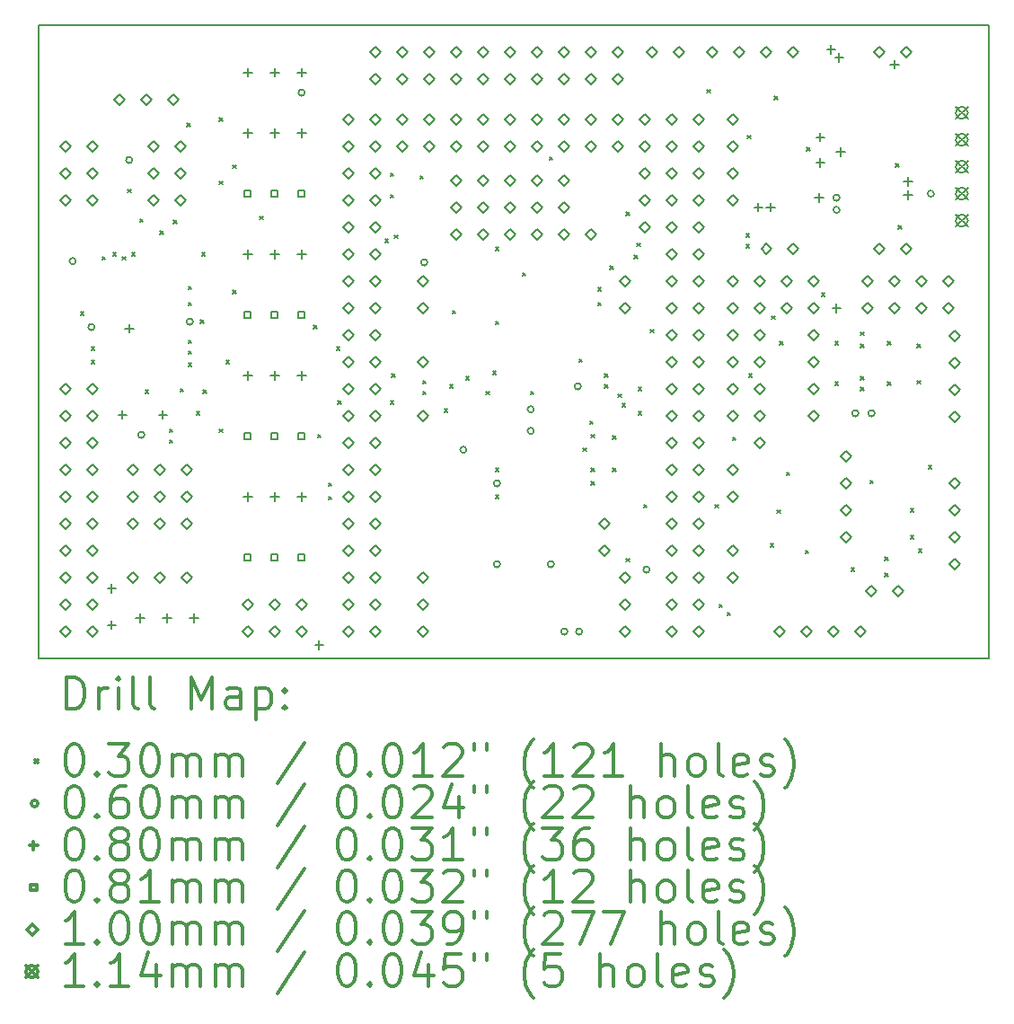
<source format=gbr>
%FSLAX45Y45*%
G04 Gerber Fmt 4.5, Leading zero omitted, Abs format (unit mm)*
G04 Created by KiCad (PCBNEW 4.0.7) date 04/25/18 16:31:13*
%MOMM*%
%LPD*%
G01*
G04 APERTURE LIST*
%ADD10C,0.127000*%
%ADD11C,0.200000*%
%ADD12C,0.300000*%
G04 APERTURE END LIST*
D10*
D11*
X14017752Y-6187948D02*
X14017752Y-12156948D01*
X22971252Y-6187948D02*
X14017752Y-6187948D01*
X22971252Y-12156948D02*
X22971252Y-6187948D01*
X14017752Y-12156948D02*
X22971252Y-12156948D01*
D11*
X14409152Y-8890748D02*
X14439152Y-8920748D01*
X14439152Y-8890748D02*
X14409152Y-8920748D01*
X14510752Y-9220948D02*
X14540752Y-9250948D01*
X14540752Y-9220948D02*
X14510752Y-9250948D01*
X14511006Y-9347694D02*
X14541006Y-9377694D01*
X14541006Y-9347694D02*
X14511006Y-9377694D01*
X14612352Y-8370048D02*
X14642352Y-8400048D01*
X14642352Y-8370048D02*
X14612352Y-8400048D01*
X14713952Y-8331948D02*
X14743952Y-8361948D01*
X14743952Y-8331948D02*
X14713952Y-8361948D01*
X14802852Y-8370048D02*
X14832852Y-8400048D01*
X14832852Y-8370048D02*
X14802852Y-8400048D01*
X14853652Y-7735048D02*
X14883652Y-7765048D01*
X14883652Y-7735048D02*
X14853652Y-7765048D01*
X14891752Y-8331948D02*
X14921752Y-8361948D01*
X14921752Y-8331948D02*
X14891752Y-8361948D01*
X14967952Y-8014448D02*
X14997952Y-8044448D01*
X14997952Y-8014448D02*
X14967952Y-8044448D01*
X15018752Y-9627348D02*
X15048752Y-9657348D01*
X15048752Y-9627348D02*
X15018752Y-9657348D01*
X15158452Y-8128748D02*
X15188452Y-8158748D01*
X15188452Y-8128748D02*
X15158452Y-8158748D01*
X15247352Y-9995648D02*
X15277352Y-10025648D01*
X15277352Y-9995648D02*
X15247352Y-10025648D01*
X15247352Y-10097248D02*
X15277352Y-10127248D01*
X15277352Y-10097248D02*
X15247352Y-10127248D01*
X15285452Y-8027148D02*
X15315452Y-8057148D01*
X15315452Y-8027148D02*
X15285452Y-8057148D01*
X15348952Y-9614648D02*
X15378952Y-9644648D01*
X15378952Y-9614648D02*
X15348952Y-9644648D01*
X15412452Y-7112748D02*
X15442452Y-7142748D01*
X15442452Y-7112748D02*
X15412452Y-7142748D01*
X15425152Y-8649448D02*
X15455152Y-8679448D01*
X15455152Y-8649448D02*
X15425152Y-8679448D01*
X15425152Y-8799448D02*
X15455152Y-8829448D01*
X15455152Y-8799448D02*
X15425152Y-8829448D01*
X15425152Y-9157448D02*
X15455152Y-9187448D01*
X15455152Y-9157448D02*
X15425152Y-9187448D01*
X15425152Y-9259048D02*
X15455152Y-9289048D01*
X15455152Y-9259048D02*
X15425152Y-9289048D01*
X15425152Y-9373348D02*
X15455152Y-9403348D01*
X15455152Y-9373348D02*
X15425152Y-9403348D01*
X15501352Y-9830548D02*
X15531352Y-9860548D01*
X15531352Y-9830548D02*
X15501352Y-9860548D01*
X15539452Y-8966948D02*
X15569452Y-8996948D01*
X15569452Y-8966948D02*
X15539452Y-8996948D01*
X15552152Y-8331948D02*
X15582152Y-8361948D01*
X15582152Y-8331948D02*
X15552152Y-8361948D01*
X15564852Y-9627348D02*
X15594852Y-9657348D01*
X15594852Y-9627348D02*
X15564852Y-9657348D01*
X15717252Y-7061948D02*
X15747252Y-7091948D01*
X15747252Y-7061948D02*
X15717252Y-7091948D01*
X15717252Y-7658848D02*
X15747252Y-7688848D01*
X15747252Y-7658848D02*
X15717252Y-7688848D01*
X15717252Y-9995648D02*
X15747252Y-10025648D01*
X15747252Y-9995648D02*
X15717252Y-10025648D01*
X15780752Y-9347948D02*
X15810752Y-9377948D01*
X15810752Y-9347948D02*
X15780752Y-9377948D01*
X15844252Y-7506448D02*
X15874252Y-7536448D01*
X15874252Y-7506448D02*
X15844252Y-7536448D01*
X15844252Y-8687548D02*
X15874252Y-8717548D01*
X15874252Y-8687548D02*
X15844252Y-8717548D01*
X16098252Y-7989048D02*
X16128252Y-8019048D01*
X16128252Y-7989048D02*
X16098252Y-8019048D01*
X16606252Y-9017748D02*
X16636252Y-9047748D01*
X16636252Y-9017748D02*
X16606252Y-9047748D01*
X16644352Y-10046448D02*
X16674352Y-10076448D01*
X16674352Y-10046448D02*
X16644352Y-10076448D01*
X16745952Y-10503648D02*
X16775952Y-10533648D01*
X16775952Y-10503648D02*
X16745952Y-10533648D01*
X16745952Y-10630648D02*
X16775952Y-10660648D01*
X16775952Y-10630648D02*
X16745952Y-10660648D01*
X16822152Y-9220948D02*
X16852152Y-9250948D01*
X16852152Y-9220948D02*
X16822152Y-9250948D01*
X16834852Y-9728948D02*
X16864852Y-9758948D01*
X16864852Y-9728948D02*
X16834852Y-9758948D01*
X17279352Y-8204948D02*
X17309352Y-8234948D01*
X17309352Y-8204948D02*
X17279352Y-8234948D01*
X17330152Y-7582648D02*
X17360152Y-7612648D01*
X17360152Y-7582648D02*
X17330152Y-7612648D01*
X17330152Y-7785848D02*
X17360152Y-7815848D01*
X17360152Y-7785848D02*
X17330152Y-7815848D01*
X17330152Y-9728948D02*
X17360152Y-9758948D01*
X17360152Y-9728948D02*
X17330152Y-9758948D01*
X17342852Y-9474948D02*
X17372852Y-9504948D01*
X17372852Y-9474948D02*
X17342852Y-9504948D01*
X17368252Y-8166848D02*
X17398252Y-8196848D01*
X17398252Y-8166848D02*
X17368252Y-8196848D01*
X17609552Y-7608048D02*
X17639552Y-7638048D01*
X17639552Y-7608048D02*
X17609552Y-7638048D01*
X17634952Y-9538448D02*
X17664952Y-9568448D01*
X17664952Y-9538448D02*
X17634952Y-9568448D01*
X17634952Y-9640048D02*
X17664952Y-9670048D01*
X17664952Y-9640048D02*
X17634952Y-9670048D01*
X17838152Y-9805148D02*
X17868152Y-9835148D01*
X17868152Y-9805148D02*
X17838152Y-9835148D01*
X17888952Y-9576548D02*
X17918952Y-9606548D01*
X17918952Y-9576548D02*
X17888952Y-9606548D01*
X17914352Y-8878048D02*
X17944352Y-8908048D01*
X17944352Y-8878048D02*
X17914352Y-8908048D01*
X18041352Y-9500348D02*
X18071352Y-9530348D01*
X18071352Y-9500348D02*
X18041352Y-9530348D01*
X18231852Y-9640048D02*
X18261852Y-9670048D01*
X18261852Y-9640048D02*
X18231852Y-9670048D01*
X18295352Y-9449548D02*
X18325352Y-9479548D01*
X18325352Y-9449548D02*
X18295352Y-9479548D01*
X18320752Y-8281148D02*
X18350752Y-8311148D01*
X18350752Y-8281148D02*
X18320752Y-8311148D01*
X18320752Y-8979648D02*
X18350752Y-9009648D01*
X18350752Y-8979648D02*
X18320752Y-9009648D01*
X18320752Y-10363948D02*
X18350752Y-10393948D01*
X18350752Y-10363948D02*
X18320752Y-10393948D01*
X18320752Y-10617948D02*
X18350752Y-10647948D01*
X18350752Y-10617948D02*
X18320752Y-10647948D01*
X18574752Y-8522448D02*
X18604752Y-8552448D01*
X18604752Y-8522448D02*
X18574752Y-8552448D01*
X18650952Y-9640048D02*
X18680952Y-9670048D01*
X18680952Y-9640048D02*
X18650952Y-9670048D01*
X18828752Y-7430248D02*
X18858752Y-7460248D01*
X18858752Y-7430248D02*
X18828752Y-7460248D01*
X19108152Y-9335248D02*
X19138152Y-9365248D01*
X19138152Y-9335248D02*
X19108152Y-9365248D01*
X19146252Y-10173448D02*
X19176252Y-10203448D01*
X19176252Y-10173448D02*
X19146252Y-10203448D01*
X19209752Y-9919448D02*
X19239752Y-9949448D01*
X19239752Y-9919448D02*
X19209752Y-9949448D01*
X19222452Y-10046448D02*
X19252452Y-10076448D01*
X19252452Y-10046448D02*
X19222452Y-10076448D01*
X19222452Y-10363948D02*
X19252452Y-10393948D01*
X19252452Y-10363948D02*
X19222452Y-10393948D01*
X19222452Y-10490948D02*
X19252452Y-10520948D01*
X19252452Y-10490948D02*
X19222452Y-10520948D01*
X19285952Y-8662148D02*
X19315952Y-8692148D01*
X19315952Y-8662148D02*
X19285952Y-8692148D01*
X19285952Y-8801848D02*
X19315952Y-8831848D01*
X19315952Y-8801848D02*
X19285952Y-8831848D01*
X19349452Y-9474948D02*
X19379452Y-9504948D01*
X19379452Y-9474948D02*
X19349452Y-9504948D01*
X19349452Y-9576548D02*
X19379452Y-9606548D01*
X19379452Y-9576548D02*
X19349452Y-9606548D01*
X19400252Y-8458948D02*
X19430252Y-8488948D01*
X19430252Y-8458948D02*
X19400252Y-8488948D01*
X19425652Y-10059148D02*
X19455652Y-10089148D01*
X19455652Y-10059148D02*
X19425652Y-10089148D01*
X19425652Y-10363948D02*
X19455652Y-10393948D01*
X19455652Y-10363948D02*
X19425652Y-10393948D01*
X19476452Y-9665448D02*
X19506452Y-9695448D01*
X19506452Y-9665448D02*
X19476452Y-9695448D01*
X19514552Y-9754348D02*
X19544552Y-9784348D01*
X19544552Y-9754348D02*
X19514552Y-9784348D01*
X19552652Y-7950948D02*
X19582652Y-7980948D01*
X19582652Y-7950948D02*
X19552652Y-7980948D01*
X19552652Y-11214848D02*
X19582652Y-11244848D01*
X19582652Y-11214848D02*
X19552652Y-11244848D01*
X19628852Y-8357348D02*
X19658852Y-8387348D01*
X19658852Y-8357348D02*
X19628852Y-8387348D01*
X19654252Y-8243048D02*
X19684252Y-8273048D01*
X19684252Y-8243048D02*
X19654252Y-8273048D01*
X19666952Y-9601948D02*
X19696952Y-9631948D01*
X19696952Y-9601948D02*
X19666952Y-9631948D01*
X19666952Y-9830548D02*
X19696952Y-9860548D01*
X19696952Y-9830548D02*
X19666952Y-9860548D01*
X19717752Y-10706848D02*
X19747752Y-10736848D01*
X19747752Y-10706848D02*
X19717752Y-10736848D01*
X19781252Y-9055848D02*
X19811252Y-9085848D01*
X19811252Y-9055848D02*
X19781252Y-9085848D01*
X20314652Y-6795248D02*
X20344652Y-6825248D01*
X20344652Y-6795248D02*
X20314652Y-6825248D01*
X20390852Y-10706848D02*
X20420852Y-10736848D01*
X20420852Y-10706848D02*
X20390852Y-10736848D01*
X20428952Y-11646648D02*
X20458952Y-11676648D01*
X20458952Y-11646648D02*
X20428952Y-11676648D01*
X20505152Y-11722848D02*
X20535152Y-11752848D01*
X20535152Y-11722848D02*
X20505152Y-11752848D01*
X20555952Y-10071848D02*
X20585952Y-10101848D01*
X20585952Y-10071848D02*
X20555952Y-10101848D01*
X20682952Y-8154148D02*
X20712952Y-8184148D01*
X20712952Y-8154148D02*
X20682952Y-8184148D01*
X20682952Y-8255748D02*
X20712952Y-8285748D01*
X20712952Y-8255748D02*
X20682952Y-8285748D01*
X20695652Y-7227048D02*
X20725652Y-7257048D01*
X20725652Y-7227048D02*
X20695652Y-7257048D01*
X20708352Y-9474948D02*
X20738352Y-9504948D01*
X20738352Y-9474948D02*
X20708352Y-9504948D01*
X20911552Y-11075148D02*
X20941552Y-11105148D01*
X20941552Y-11075148D02*
X20911552Y-11105148D01*
X20924252Y-8928848D02*
X20954252Y-8958848D01*
X20954252Y-8928848D02*
X20924252Y-8958848D01*
X20949652Y-6858748D02*
X20979652Y-6888748D01*
X20979652Y-6858748D02*
X20949652Y-6888748D01*
X20975052Y-10757648D02*
X21005052Y-10787648D01*
X21005052Y-10757648D02*
X20975052Y-10787648D01*
X21000452Y-9170148D02*
X21030452Y-9200148D01*
X21030452Y-9170148D02*
X21000452Y-9200148D01*
X21063952Y-10402048D02*
X21093952Y-10432048D01*
X21093952Y-10402048D02*
X21063952Y-10432048D01*
X21241752Y-11138648D02*
X21271752Y-11168648D01*
X21271752Y-11138648D02*
X21241752Y-11168648D01*
X21254452Y-7341348D02*
X21284452Y-7371348D01*
X21284452Y-7341348D02*
X21254452Y-7371348D01*
X21394152Y-8712948D02*
X21424152Y-8742948D01*
X21424152Y-8712948D02*
X21394152Y-8742948D01*
X21521152Y-9170148D02*
X21551152Y-9200148D01*
X21551152Y-9170148D02*
X21521152Y-9200148D01*
X21521152Y-9551148D02*
X21551152Y-9581148D01*
X21551152Y-9551148D02*
X21521152Y-9581148D01*
X21673552Y-11303748D02*
X21703552Y-11333748D01*
X21703552Y-11303748D02*
X21673552Y-11333748D01*
X21762452Y-9081248D02*
X21792452Y-9111248D01*
X21792452Y-9081248D02*
X21762452Y-9111248D01*
X21762452Y-9195548D02*
X21792452Y-9225548D01*
X21792452Y-9195548D02*
X21762452Y-9225548D01*
X21762452Y-9500348D02*
X21792452Y-9530348D01*
X21792452Y-9500348D02*
X21762452Y-9530348D01*
X21762452Y-9601948D02*
X21792452Y-9631948D01*
X21792452Y-9601948D02*
X21762452Y-9631948D01*
X21851352Y-10478248D02*
X21881352Y-10508248D01*
X21881352Y-10478248D02*
X21851352Y-10508248D01*
X21991052Y-11202148D02*
X22021052Y-11232148D01*
X22021052Y-11202148D02*
X21991052Y-11232148D01*
X21991052Y-11354548D02*
X22021052Y-11384548D01*
X22021052Y-11354548D02*
X21991052Y-11384548D01*
X22016452Y-9170148D02*
X22046452Y-9200148D01*
X22046452Y-9170148D02*
X22016452Y-9200148D01*
X22016452Y-9551148D02*
X22046452Y-9581148D01*
X22046452Y-9551148D02*
X22016452Y-9581148D01*
X22092652Y-7493748D02*
X22122652Y-7523748D01*
X22122652Y-7493748D02*
X22092652Y-7523748D01*
X22118052Y-8077948D02*
X22148052Y-8107948D01*
X22148052Y-8077948D02*
X22118052Y-8107948D01*
X22232352Y-10744948D02*
X22262352Y-10774948D01*
X22262352Y-10744948D02*
X22232352Y-10774948D01*
X22232352Y-10998948D02*
X22262352Y-11028948D01*
X22262352Y-10998948D02*
X22232352Y-11028948D01*
X22295852Y-9195548D02*
X22325852Y-9225548D01*
X22325852Y-9195548D02*
X22295852Y-9225548D01*
X22295852Y-9538448D02*
X22325852Y-9568448D01*
X22325852Y-9538448D02*
X22295852Y-9568448D01*
X22308552Y-11125948D02*
X22338552Y-11155948D01*
X22338552Y-11125948D02*
X22308552Y-11155948D01*
X22402752Y-10338548D02*
X22432752Y-10368548D01*
X22432752Y-10338548D02*
X22402752Y-10368548D01*
X14365252Y-8410448D02*
G75*
G03X14365252Y-8410448I-30000J0D01*
G01*
X14543052Y-9032748D02*
G75*
G03X14543052Y-9032748I-30000J0D01*
G01*
X14898652Y-7457948D02*
G75*
G03X14898652Y-7457948I-30000J0D01*
G01*
X15012952Y-10048748D02*
G75*
G03X15012952Y-10048748I-30000J0D01*
G01*
X15470152Y-8981948D02*
G75*
G03X15470152Y-8981948I-30000J0D01*
G01*
X16524252Y-6822948D02*
G75*
G03X16524252Y-6822948I-30000J0D01*
G01*
X17679952Y-8423148D02*
G75*
G03X17679952Y-8423148I-30000J0D01*
G01*
X18048252Y-10188448D02*
G75*
G03X18048252Y-10188448I-30000J0D01*
G01*
X18365752Y-10505948D02*
G75*
G03X18365752Y-10505948I-30000J0D01*
G01*
X18365752Y-11267948D02*
G75*
G03X18365752Y-11267948I-30000J0D01*
G01*
X18683252Y-9807448D02*
G75*
G03X18683252Y-9807448I-30000J0D01*
G01*
X18683252Y-10010648D02*
G75*
G03X18683252Y-10010648I-30000J0D01*
G01*
X18873752Y-11267948D02*
G75*
G03X18873752Y-11267948I-30000J0D01*
G01*
X19000752Y-11902948D02*
G75*
G03X19000752Y-11902948I-30000J0D01*
G01*
X19127752Y-9591548D02*
G75*
G03X19127752Y-9591548I-30000J0D01*
G01*
X19140452Y-11902948D02*
G75*
G03X19140452Y-11902948I-30000J0D01*
G01*
X19775452Y-11318748D02*
G75*
G03X19775452Y-11318748I-30000J0D01*
G01*
X21566152Y-7813548D02*
G75*
G03X21566152Y-7813548I-30000J0D01*
G01*
X21566152Y-7927848D02*
G75*
G03X21566152Y-7927848I-30000J0D01*
G01*
X21743952Y-9845548D02*
G75*
G03X21743952Y-9845548I-30000J0D01*
G01*
X21896352Y-9845548D02*
G75*
G03X21896352Y-9845548I-30000J0D01*
G01*
X22455152Y-7775448D02*
G75*
G03X22455152Y-7775448I-30000J0D01*
G01*
X14703552Y-11456548D02*
X14703552Y-11536548D01*
X14663552Y-11496548D02*
X14743552Y-11496548D01*
X14703552Y-11799448D02*
X14703552Y-11879448D01*
X14663552Y-11839448D02*
X14743552Y-11839448D01*
X14805152Y-9818248D02*
X14805152Y-9898248D01*
X14765152Y-9858248D02*
X14845152Y-9858248D01*
X14868652Y-9005448D02*
X14868652Y-9085448D01*
X14828652Y-9045448D02*
X14908652Y-9045448D01*
X14970252Y-11735948D02*
X14970252Y-11815948D01*
X14930252Y-11775948D02*
X15010252Y-11775948D01*
X15186152Y-9818248D02*
X15186152Y-9898248D01*
X15146152Y-9858248D02*
X15226152Y-9858248D01*
X15224252Y-11735948D02*
X15224252Y-11815948D01*
X15184252Y-11775948D02*
X15264252Y-11775948D01*
X15478252Y-11735948D02*
X15478252Y-11815948D01*
X15438252Y-11775948D02*
X15518252Y-11775948D01*
X15986252Y-6592448D02*
X15986252Y-6672448D01*
X15946252Y-6632448D02*
X16026252Y-6632448D01*
X15986252Y-7163948D02*
X15986252Y-7243948D01*
X15946252Y-7203948D02*
X16026252Y-7203948D01*
X15986252Y-8306948D02*
X15986252Y-8386948D01*
X15946252Y-8346948D02*
X16026252Y-8346948D01*
X15986252Y-9449948D02*
X15986252Y-9529948D01*
X15946252Y-9489948D02*
X16026252Y-9489948D01*
X15986252Y-10592948D02*
X15986252Y-10672948D01*
X15946252Y-10632948D02*
X16026252Y-10632948D01*
X16240252Y-6592448D02*
X16240252Y-6672448D01*
X16200252Y-6632448D02*
X16280252Y-6632448D01*
X16240252Y-7163948D02*
X16240252Y-7243948D01*
X16200252Y-7203948D02*
X16280252Y-7203948D01*
X16240252Y-8306948D02*
X16240252Y-8386948D01*
X16200252Y-8346948D02*
X16280252Y-8346948D01*
X16240252Y-9449948D02*
X16240252Y-9529948D01*
X16200252Y-9489948D02*
X16280252Y-9489948D01*
X16240252Y-10592948D02*
X16240252Y-10672948D01*
X16200252Y-10632948D02*
X16280252Y-10632948D01*
X16494252Y-6592448D02*
X16494252Y-6672448D01*
X16454252Y-6632448D02*
X16534252Y-6632448D01*
X16494252Y-7163948D02*
X16494252Y-7243948D01*
X16454252Y-7203948D02*
X16534252Y-7203948D01*
X16494252Y-8306948D02*
X16494252Y-8386948D01*
X16454252Y-8346948D02*
X16534252Y-8346948D01*
X16494252Y-9449948D02*
X16494252Y-9529948D01*
X16454252Y-9489948D02*
X16534252Y-9489948D01*
X16494252Y-10592948D02*
X16494252Y-10672948D01*
X16454252Y-10632948D02*
X16534252Y-10632948D01*
X16659352Y-11989948D02*
X16659352Y-12069948D01*
X16619352Y-12029948D02*
X16699352Y-12029948D01*
X20799552Y-7862448D02*
X20799552Y-7942448D01*
X20759552Y-7902448D02*
X20839552Y-7902448D01*
X20913852Y-7862448D02*
X20913852Y-7942448D01*
X20873852Y-7902448D02*
X20953852Y-7902448D01*
X21371052Y-7773548D02*
X21371052Y-7853548D01*
X21331052Y-7813548D02*
X21411052Y-7813548D01*
X21383752Y-7202048D02*
X21383752Y-7282048D01*
X21343752Y-7242048D02*
X21423752Y-7242048D01*
X21383752Y-7443348D02*
X21383752Y-7523348D01*
X21343752Y-7483348D02*
X21423752Y-7483348D01*
X21485352Y-6376548D02*
X21485352Y-6456548D01*
X21445352Y-6416548D02*
X21525352Y-6416548D01*
X21536152Y-8814948D02*
X21536152Y-8894948D01*
X21496152Y-8854948D02*
X21576152Y-8854948D01*
X21561552Y-6452748D02*
X21561552Y-6532748D01*
X21521552Y-6492748D02*
X21601552Y-6492748D01*
X21574252Y-7341748D02*
X21574252Y-7421748D01*
X21534252Y-7381748D02*
X21614252Y-7381748D01*
X22082252Y-6516248D02*
X22082252Y-6596248D01*
X22042252Y-6556248D02*
X22122252Y-6556248D01*
X22209252Y-7621148D02*
X22209252Y-7701148D01*
X22169252Y-7661148D02*
X22249252Y-7661148D01*
X22209252Y-7748148D02*
X22209252Y-7828148D01*
X22169252Y-7788148D02*
X22249252Y-7788148D01*
X16014989Y-7804185D02*
X16014989Y-7746711D01*
X15957515Y-7746711D01*
X15957515Y-7804185D01*
X16014989Y-7804185D01*
X16014989Y-8947185D02*
X16014989Y-8889711D01*
X15957515Y-8889711D01*
X15957515Y-8947185D01*
X16014989Y-8947185D01*
X16014989Y-10090185D02*
X16014989Y-10032711D01*
X15957515Y-10032711D01*
X15957515Y-10090185D01*
X16014989Y-10090185D01*
X16014989Y-11233185D02*
X16014989Y-11175711D01*
X15957515Y-11175711D01*
X15957515Y-11233185D01*
X16014989Y-11233185D01*
X16268989Y-7804185D02*
X16268989Y-7746711D01*
X16211515Y-7746711D01*
X16211515Y-7804185D01*
X16268989Y-7804185D01*
X16268989Y-8947185D02*
X16268989Y-8889711D01*
X16211515Y-8889711D01*
X16211515Y-8947185D01*
X16268989Y-8947185D01*
X16268989Y-10090185D02*
X16268989Y-10032711D01*
X16211515Y-10032711D01*
X16211515Y-10090185D01*
X16268989Y-10090185D01*
X16268989Y-11233185D02*
X16268989Y-11175711D01*
X16211515Y-11175711D01*
X16211515Y-11233185D01*
X16268989Y-11233185D01*
X16522989Y-7804185D02*
X16522989Y-7746711D01*
X16465515Y-7746711D01*
X16465515Y-7804185D01*
X16522989Y-7804185D01*
X16522989Y-8947185D02*
X16522989Y-8889711D01*
X16465515Y-8889711D01*
X16465515Y-8947185D01*
X16522989Y-8947185D01*
X16522989Y-10090185D02*
X16522989Y-10032711D01*
X16465515Y-10032711D01*
X16465515Y-10090185D01*
X16522989Y-10090185D01*
X16522989Y-11233185D02*
X16522989Y-11175711D01*
X16465515Y-11175711D01*
X16465515Y-11233185D01*
X16522989Y-11233185D01*
X14271752Y-7380948D02*
X14321752Y-7330948D01*
X14271752Y-7280948D01*
X14221752Y-7330948D01*
X14271752Y-7380948D01*
X14271752Y-7634948D02*
X14321752Y-7584948D01*
X14271752Y-7534948D01*
X14221752Y-7584948D01*
X14271752Y-7634948D01*
X14271752Y-7888948D02*
X14321752Y-7838948D01*
X14271752Y-7788948D01*
X14221752Y-7838948D01*
X14271752Y-7888948D01*
X14271752Y-9666948D02*
X14321752Y-9616948D01*
X14271752Y-9566948D01*
X14221752Y-9616948D01*
X14271752Y-9666948D01*
X14271752Y-9920948D02*
X14321752Y-9870948D01*
X14271752Y-9820948D01*
X14221752Y-9870948D01*
X14271752Y-9920948D01*
X14271752Y-10174948D02*
X14321752Y-10124948D01*
X14271752Y-10074948D01*
X14221752Y-10124948D01*
X14271752Y-10174948D01*
X14271752Y-10428948D02*
X14321752Y-10378948D01*
X14271752Y-10328948D01*
X14221752Y-10378948D01*
X14271752Y-10428948D01*
X14271752Y-10682948D02*
X14321752Y-10632948D01*
X14271752Y-10582948D01*
X14221752Y-10632948D01*
X14271752Y-10682948D01*
X14271752Y-10936948D02*
X14321752Y-10886948D01*
X14271752Y-10836948D01*
X14221752Y-10886948D01*
X14271752Y-10936948D01*
X14271752Y-11190948D02*
X14321752Y-11140948D01*
X14271752Y-11090948D01*
X14221752Y-11140948D01*
X14271752Y-11190948D01*
X14271752Y-11444948D02*
X14321752Y-11394948D01*
X14271752Y-11344948D01*
X14221752Y-11394948D01*
X14271752Y-11444948D01*
X14271752Y-11698948D02*
X14321752Y-11648948D01*
X14271752Y-11598948D01*
X14221752Y-11648948D01*
X14271752Y-11698948D01*
X14271752Y-11952948D02*
X14321752Y-11902948D01*
X14271752Y-11852948D01*
X14221752Y-11902948D01*
X14271752Y-11952948D01*
X14525752Y-7380948D02*
X14575752Y-7330948D01*
X14525752Y-7280948D01*
X14475752Y-7330948D01*
X14525752Y-7380948D01*
X14525752Y-7634948D02*
X14575752Y-7584948D01*
X14525752Y-7534948D01*
X14475752Y-7584948D01*
X14525752Y-7634948D01*
X14525752Y-7888948D02*
X14575752Y-7838948D01*
X14525752Y-7788948D01*
X14475752Y-7838948D01*
X14525752Y-7888948D01*
X14525752Y-9666948D02*
X14575752Y-9616948D01*
X14525752Y-9566948D01*
X14475752Y-9616948D01*
X14525752Y-9666948D01*
X14525752Y-9920948D02*
X14575752Y-9870948D01*
X14525752Y-9820948D01*
X14475752Y-9870948D01*
X14525752Y-9920948D01*
X14525752Y-10174948D02*
X14575752Y-10124948D01*
X14525752Y-10074948D01*
X14475752Y-10124948D01*
X14525752Y-10174948D01*
X14525752Y-10428948D02*
X14575752Y-10378948D01*
X14525752Y-10328948D01*
X14475752Y-10378948D01*
X14525752Y-10428948D01*
X14525752Y-10682948D02*
X14575752Y-10632948D01*
X14525752Y-10582948D01*
X14475752Y-10632948D01*
X14525752Y-10682948D01*
X14525752Y-10936948D02*
X14575752Y-10886948D01*
X14525752Y-10836948D01*
X14475752Y-10886948D01*
X14525752Y-10936948D01*
X14525752Y-11190948D02*
X14575752Y-11140948D01*
X14525752Y-11090948D01*
X14475752Y-11140948D01*
X14525752Y-11190948D01*
X14525752Y-11444948D02*
X14575752Y-11394948D01*
X14525752Y-11344948D01*
X14475752Y-11394948D01*
X14525752Y-11444948D01*
X14525752Y-11698948D02*
X14575752Y-11648948D01*
X14525752Y-11598948D01*
X14475752Y-11648948D01*
X14525752Y-11698948D01*
X14525752Y-11952948D02*
X14575752Y-11902948D01*
X14525752Y-11852948D01*
X14475752Y-11902948D01*
X14525752Y-11952948D01*
X14779752Y-6936448D02*
X14829752Y-6886448D01*
X14779752Y-6836448D01*
X14729752Y-6886448D01*
X14779752Y-6936448D01*
X14906752Y-10428948D02*
X14956752Y-10378948D01*
X14906752Y-10328948D01*
X14856752Y-10378948D01*
X14906752Y-10428948D01*
X14906752Y-10682948D02*
X14956752Y-10632948D01*
X14906752Y-10582948D01*
X14856752Y-10632948D01*
X14906752Y-10682948D01*
X14906752Y-10936948D02*
X14956752Y-10886948D01*
X14906752Y-10836948D01*
X14856752Y-10886948D01*
X14906752Y-10936948D01*
X14906752Y-11444948D02*
X14956752Y-11394948D01*
X14906752Y-11344948D01*
X14856752Y-11394948D01*
X14906752Y-11444948D01*
X15033752Y-6936448D02*
X15083752Y-6886448D01*
X15033752Y-6836448D01*
X14983752Y-6886448D01*
X15033752Y-6936448D01*
X15097252Y-7380948D02*
X15147252Y-7330948D01*
X15097252Y-7280948D01*
X15047252Y-7330948D01*
X15097252Y-7380948D01*
X15097252Y-7634948D02*
X15147252Y-7584948D01*
X15097252Y-7534948D01*
X15047252Y-7584948D01*
X15097252Y-7634948D01*
X15097252Y-7888948D02*
X15147252Y-7838948D01*
X15097252Y-7788948D01*
X15047252Y-7838948D01*
X15097252Y-7888948D01*
X15160752Y-10428948D02*
X15210752Y-10378948D01*
X15160752Y-10328948D01*
X15110752Y-10378948D01*
X15160752Y-10428948D01*
X15160752Y-10682948D02*
X15210752Y-10632948D01*
X15160752Y-10582948D01*
X15110752Y-10632948D01*
X15160752Y-10682948D01*
X15160752Y-10936948D02*
X15210752Y-10886948D01*
X15160752Y-10836948D01*
X15110752Y-10886948D01*
X15160752Y-10936948D01*
X15160752Y-11444948D02*
X15210752Y-11394948D01*
X15160752Y-11344948D01*
X15110752Y-11394948D01*
X15160752Y-11444948D01*
X15287752Y-6936448D02*
X15337752Y-6886448D01*
X15287752Y-6836448D01*
X15237752Y-6886448D01*
X15287752Y-6936448D01*
X15351252Y-7380948D02*
X15401252Y-7330948D01*
X15351252Y-7280948D01*
X15301252Y-7330948D01*
X15351252Y-7380948D01*
X15351252Y-7634948D02*
X15401252Y-7584948D01*
X15351252Y-7534948D01*
X15301252Y-7584948D01*
X15351252Y-7634948D01*
X15351252Y-7888948D02*
X15401252Y-7838948D01*
X15351252Y-7788948D01*
X15301252Y-7838948D01*
X15351252Y-7888948D01*
X15414752Y-10428948D02*
X15464752Y-10378948D01*
X15414752Y-10328948D01*
X15364752Y-10378948D01*
X15414752Y-10428948D01*
X15414752Y-10682948D02*
X15464752Y-10632948D01*
X15414752Y-10582948D01*
X15364752Y-10632948D01*
X15414752Y-10682948D01*
X15414752Y-10936948D02*
X15464752Y-10886948D01*
X15414752Y-10836948D01*
X15364752Y-10886948D01*
X15414752Y-10936948D01*
X15414752Y-11444948D02*
X15464752Y-11394948D01*
X15414752Y-11344948D01*
X15364752Y-11394948D01*
X15414752Y-11444948D01*
X15986252Y-11698948D02*
X16036252Y-11648948D01*
X15986252Y-11598948D01*
X15936252Y-11648948D01*
X15986252Y-11698948D01*
X15986252Y-11952948D02*
X16036252Y-11902948D01*
X15986252Y-11852948D01*
X15936252Y-11902948D01*
X15986252Y-11952948D01*
X16240252Y-11698948D02*
X16290252Y-11648948D01*
X16240252Y-11598948D01*
X16190252Y-11648948D01*
X16240252Y-11698948D01*
X16240252Y-11952948D02*
X16290252Y-11902948D01*
X16240252Y-11852948D01*
X16190252Y-11902948D01*
X16240252Y-11952948D01*
X16494252Y-11698948D02*
X16544252Y-11648948D01*
X16494252Y-11598948D01*
X16444252Y-11648948D01*
X16494252Y-11698948D01*
X16494252Y-11952948D02*
X16544252Y-11902948D01*
X16494252Y-11852948D01*
X16444252Y-11902948D01*
X16494252Y-11952948D01*
X16938752Y-7126948D02*
X16988752Y-7076948D01*
X16938752Y-7026948D01*
X16888752Y-7076948D01*
X16938752Y-7126948D01*
X16938752Y-7380948D02*
X16988752Y-7330948D01*
X16938752Y-7280948D01*
X16888752Y-7330948D01*
X16938752Y-7380948D01*
X16938752Y-7634948D02*
X16988752Y-7584948D01*
X16938752Y-7534948D01*
X16888752Y-7584948D01*
X16938752Y-7634948D01*
X16938752Y-7888948D02*
X16988752Y-7838948D01*
X16938752Y-7788948D01*
X16888752Y-7838948D01*
X16938752Y-7888948D01*
X16938752Y-8142948D02*
X16988752Y-8092948D01*
X16938752Y-8042948D01*
X16888752Y-8092948D01*
X16938752Y-8142948D01*
X16938752Y-8396948D02*
X16988752Y-8346948D01*
X16938752Y-8296948D01*
X16888752Y-8346948D01*
X16938752Y-8396948D01*
X16938752Y-8650948D02*
X16988752Y-8600948D01*
X16938752Y-8550948D01*
X16888752Y-8600948D01*
X16938752Y-8650948D01*
X16938752Y-8904948D02*
X16988752Y-8854948D01*
X16938752Y-8804948D01*
X16888752Y-8854948D01*
X16938752Y-8904948D01*
X16938752Y-9158948D02*
X16988752Y-9108948D01*
X16938752Y-9058948D01*
X16888752Y-9108948D01*
X16938752Y-9158948D01*
X16938752Y-9412948D02*
X16988752Y-9362948D01*
X16938752Y-9312948D01*
X16888752Y-9362948D01*
X16938752Y-9412948D01*
X16938752Y-9666948D02*
X16988752Y-9616948D01*
X16938752Y-9566948D01*
X16888752Y-9616948D01*
X16938752Y-9666948D01*
X16938752Y-9920948D02*
X16988752Y-9870948D01*
X16938752Y-9820948D01*
X16888752Y-9870948D01*
X16938752Y-9920948D01*
X16938752Y-10174948D02*
X16988752Y-10124948D01*
X16938752Y-10074948D01*
X16888752Y-10124948D01*
X16938752Y-10174948D01*
X16938752Y-10428948D02*
X16988752Y-10378948D01*
X16938752Y-10328948D01*
X16888752Y-10378948D01*
X16938752Y-10428948D01*
X16938752Y-10682948D02*
X16988752Y-10632948D01*
X16938752Y-10582948D01*
X16888752Y-10632948D01*
X16938752Y-10682948D01*
X16938752Y-10936948D02*
X16988752Y-10886948D01*
X16938752Y-10836948D01*
X16888752Y-10886948D01*
X16938752Y-10936948D01*
X16938752Y-11190948D02*
X16988752Y-11140948D01*
X16938752Y-11090948D01*
X16888752Y-11140948D01*
X16938752Y-11190948D01*
X16938752Y-11444948D02*
X16988752Y-11394948D01*
X16938752Y-11344948D01*
X16888752Y-11394948D01*
X16938752Y-11444948D01*
X16938752Y-11698948D02*
X16988752Y-11648948D01*
X16938752Y-11598948D01*
X16888752Y-11648948D01*
X16938752Y-11698948D01*
X16938752Y-11952948D02*
X16988752Y-11902948D01*
X16938752Y-11852948D01*
X16888752Y-11902948D01*
X16938752Y-11952948D01*
X17192752Y-6491948D02*
X17242752Y-6441948D01*
X17192752Y-6391948D01*
X17142752Y-6441948D01*
X17192752Y-6491948D01*
X17192752Y-6745948D02*
X17242752Y-6695948D01*
X17192752Y-6645948D01*
X17142752Y-6695948D01*
X17192752Y-6745948D01*
X17192752Y-7126948D02*
X17242752Y-7076948D01*
X17192752Y-7026948D01*
X17142752Y-7076948D01*
X17192752Y-7126948D01*
X17192752Y-7380948D02*
X17242752Y-7330948D01*
X17192752Y-7280948D01*
X17142752Y-7330948D01*
X17192752Y-7380948D01*
X17192752Y-7634948D02*
X17242752Y-7584948D01*
X17192752Y-7534948D01*
X17142752Y-7584948D01*
X17192752Y-7634948D01*
X17192752Y-7888948D02*
X17242752Y-7838948D01*
X17192752Y-7788948D01*
X17142752Y-7838948D01*
X17192752Y-7888948D01*
X17192752Y-8142948D02*
X17242752Y-8092948D01*
X17192752Y-8042948D01*
X17142752Y-8092948D01*
X17192752Y-8142948D01*
X17192752Y-8396948D02*
X17242752Y-8346948D01*
X17192752Y-8296948D01*
X17142752Y-8346948D01*
X17192752Y-8396948D01*
X17192752Y-8650948D02*
X17242752Y-8600948D01*
X17192752Y-8550948D01*
X17142752Y-8600948D01*
X17192752Y-8650948D01*
X17192752Y-8904948D02*
X17242752Y-8854948D01*
X17192752Y-8804948D01*
X17142752Y-8854948D01*
X17192752Y-8904948D01*
X17192752Y-9158948D02*
X17242752Y-9108948D01*
X17192752Y-9058948D01*
X17142752Y-9108948D01*
X17192752Y-9158948D01*
X17192752Y-9412948D02*
X17242752Y-9362948D01*
X17192752Y-9312948D01*
X17142752Y-9362948D01*
X17192752Y-9412948D01*
X17192752Y-9666948D02*
X17242752Y-9616948D01*
X17192752Y-9566948D01*
X17142752Y-9616948D01*
X17192752Y-9666948D01*
X17192752Y-9920948D02*
X17242752Y-9870948D01*
X17192752Y-9820948D01*
X17142752Y-9870948D01*
X17192752Y-9920948D01*
X17192752Y-10174948D02*
X17242752Y-10124948D01*
X17192752Y-10074948D01*
X17142752Y-10124948D01*
X17192752Y-10174948D01*
X17192752Y-10428948D02*
X17242752Y-10378948D01*
X17192752Y-10328948D01*
X17142752Y-10378948D01*
X17192752Y-10428948D01*
X17192752Y-10682948D02*
X17242752Y-10632948D01*
X17192752Y-10582948D01*
X17142752Y-10632948D01*
X17192752Y-10682948D01*
X17192752Y-10936948D02*
X17242752Y-10886948D01*
X17192752Y-10836948D01*
X17142752Y-10886948D01*
X17192752Y-10936948D01*
X17192752Y-11190948D02*
X17242752Y-11140948D01*
X17192752Y-11090948D01*
X17142752Y-11140948D01*
X17192752Y-11190948D01*
X17192752Y-11444948D02*
X17242752Y-11394948D01*
X17192752Y-11344948D01*
X17142752Y-11394948D01*
X17192752Y-11444948D01*
X17192752Y-11698948D02*
X17242752Y-11648948D01*
X17192752Y-11598948D01*
X17142752Y-11648948D01*
X17192752Y-11698948D01*
X17192752Y-11952948D02*
X17242752Y-11902948D01*
X17192752Y-11852948D01*
X17142752Y-11902948D01*
X17192752Y-11952948D01*
X17446752Y-6491948D02*
X17496752Y-6441948D01*
X17446752Y-6391948D01*
X17396752Y-6441948D01*
X17446752Y-6491948D01*
X17446752Y-6745948D02*
X17496752Y-6695948D01*
X17446752Y-6645948D01*
X17396752Y-6695948D01*
X17446752Y-6745948D01*
X17446752Y-7126948D02*
X17496752Y-7076948D01*
X17446752Y-7026948D01*
X17396752Y-7076948D01*
X17446752Y-7126948D01*
X17446752Y-7380948D02*
X17496752Y-7330948D01*
X17446752Y-7280948D01*
X17396752Y-7330948D01*
X17446752Y-7380948D01*
X17637252Y-8650948D02*
X17687252Y-8600948D01*
X17637252Y-8550948D01*
X17587252Y-8600948D01*
X17637252Y-8650948D01*
X17637252Y-8904948D02*
X17687252Y-8854948D01*
X17637252Y-8804948D01*
X17587252Y-8854948D01*
X17637252Y-8904948D01*
X17637252Y-9412948D02*
X17687252Y-9362948D01*
X17637252Y-9312948D01*
X17587252Y-9362948D01*
X17637252Y-9412948D01*
X17637252Y-9920948D02*
X17687252Y-9870948D01*
X17637252Y-9820948D01*
X17587252Y-9870948D01*
X17637252Y-9920948D01*
X17637252Y-11444948D02*
X17687252Y-11394948D01*
X17637252Y-11344948D01*
X17587252Y-11394948D01*
X17637252Y-11444948D01*
X17637252Y-11698948D02*
X17687252Y-11648948D01*
X17637252Y-11598948D01*
X17587252Y-11648948D01*
X17637252Y-11698948D01*
X17637252Y-11952948D02*
X17687252Y-11902948D01*
X17637252Y-11852948D01*
X17587252Y-11902948D01*
X17637252Y-11952948D01*
X17700752Y-6491948D02*
X17750752Y-6441948D01*
X17700752Y-6391948D01*
X17650752Y-6441948D01*
X17700752Y-6491948D01*
X17700752Y-6745948D02*
X17750752Y-6695948D01*
X17700752Y-6645948D01*
X17650752Y-6695948D01*
X17700752Y-6745948D01*
X17700752Y-7126948D02*
X17750752Y-7076948D01*
X17700752Y-7026948D01*
X17650752Y-7076948D01*
X17700752Y-7126948D01*
X17700752Y-7380948D02*
X17750752Y-7330948D01*
X17700752Y-7280948D01*
X17650752Y-7330948D01*
X17700752Y-7380948D01*
X17954752Y-6491948D02*
X18004752Y-6441948D01*
X17954752Y-6391948D01*
X17904752Y-6441948D01*
X17954752Y-6491948D01*
X17954752Y-6745948D02*
X18004752Y-6695948D01*
X17954752Y-6645948D01*
X17904752Y-6695948D01*
X17954752Y-6745948D01*
X17954752Y-7126948D02*
X18004752Y-7076948D01*
X17954752Y-7026948D01*
X17904752Y-7076948D01*
X17954752Y-7126948D01*
X17954752Y-7380948D02*
X18004752Y-7330948D01*
X17954752Y-7280948D01*
X17904752Y-7330948D01*
X17954752Y-7380948D01*
X17954752Y-7698448D02*
X18004752Y-7648448D01*
X17954752Y-7598448D01*
X17904752Y-7648448D01*
X17954752Y-7698448D01*
X17954752Y-7952448D02*
X18004752Y-7902448D01*
X17954752Y-7852448D01*
X17904752Y-7902448D01*
X17954752Y-7952448D01*
X17954752Y-8206448D02*
X18004752Y-8156448D01*
X17954752Y-8106448D01*
X17904752Y-8156448D01*
X17954752Y-8206448D01*
X18208752Y-6491948D02*
X18258752Y-6441948D01*
X18208752Y-6391948D01*
X18158752Y-6441948D01*
X18208752Y-6491948D01*
X18208752Y-6745948D02*
X18258752Y-6695948D01*
X18208752Y-6645948D01*
X18158752Y-6695948D01*
X18208752Y-6745948D01*
X18208752Y-7126948D02*
X18258752Y-7076948D01*
X18208752Y-7026948D01*
X18158752Y-7076948D01*
X18208752Y-7126948D01*
X18208752Y-7380948D02*
X18258752Y-7330948D01*
X18208752Y-7280948D01*
X18158752Y-7330948D01*
X18208752Y-7380948D01*
X18208752Y-7698448D02*
X18258752Y-7648448D01*
X18208752Y-7598448D01*
X18158752Y-7648448D01*
X18208752Y-7698448D01*
X18208752Y-7952448D02*
X18258752Y-7902448D01*
X18208752Y-7852448D01*
X18158752Y-7902448D01*
X18208752Y-7952448D01*
X18208752Y-8206448D02*
X18258752Y-8156448D01*
X18208752Y-8106448D01*
X18158752Y-8156448D01*
X18208752Y-8206448D01*
X18462752Y-6491948D02*
X18512752Y-6441948D01*
X18462752Y-6391948D01*
X18412752Y-6441948D01*
X18462752Y-6491948D01*
X18462752Y-6745948D02*
X18512752Y-6695948D01*
X18462752Y-6645948D01*
X18412752Y-6695948D01*
X18462752Y-6745948D01*
X18462752Y-7126948D02*
X18512752Y-7076948D01*
X18462752Y-7026948D01*
X18412752Y-7076948D01*
X18462752Y-7126948D01*
X18462752Y-7380948D02*
X18512752Y-7330948D01*
X18462752Y-7280948D01*
X18412752Y-7330948D01*
X18462752Y-7380948D01*
X18462752Y-7698448D02*
X18512752Y-7648448D01*
X18462752Y-7598448D01*
X18412752Y-7648448D01*
X18462752Y-7698448D01*
X18462752Y-7952448D02*
X18512752Y-7902448D01*
X18462752Y-7852448D01*
X18412752Y-7902448D01*
X18462752Y-7952448D01*
X18462752Y-8206448D02*
X18512752Y-8156448D01*
X18462752Y-8106448D01*
X18412752Y-8156448D01*
X18462752Y-8206448D01*
X18716752Y-6491948D02*
X18766752Y-6441948D01*
X18716752Y-6391948D01*
X18666752Y-6441948D01*
X18716752Y-6491948D01*
X18716752Y-6745948D02*
X18766752Y-6695948D01*
X18716752Y-6645948D01*
X18666752Y-6695948D01*
X18716752Y-6745948D01*
X18716752Y-7126948D02*
X18766752Y-7076948D01*
X18716752Y-7026948D01*
X18666752Y-7076948D01*
X18716752Y-7126948D01*
X18716752Y-7380948D02*
X18766752Y-7330948D01*
X18716752Y-7280948D01*
X18666752Y-7330948D01*
X18716752Y-7380948D01*
X18716752Y-7698448D02*
X18766752Y-7648448D01*
X18716752Y-7598448D01*
X18666752Y-7648448D01*
X18716752Y-7698448D01*
X18716752Y-7952448D02*
X18766752Y-7902448D01*
X18716752Y-7852448D01*
X18666752Y-7902448D01*
X18716752Y-7952448D01*
X18716752Y-8206448D02*
X18766752Y-8156448D01*
X18716752Y-8106448D01*
X18666752Y-8156448D01*
X18716752Y-8206448D01*
X18970752Y-6491948D02*
X19020752Y-6441948D01*
X18970752Y-6391948D01*
X18920752Y-6441948D01*
X18970752Y-6491948D01*
X18970752Y-6745948D02*
X19020752Y-6695948D01*
X18970752Y-6645948D01*
X18920752Y-6695948D01*
X18970752Y-6745948D01*
X18970752Y-7126948D02*
X19020752Y-7076948D01*
X18970752Y-7026948D01*
X18920752Y-7076948D01*
X18970752Y-7126948D01*
X18970752Y-7380948D02*
X19020752Y-7330948D01*
X18970752Y-7280948D01*
X18920752Y-7330948D01*
X18970752Y-7380948D01*
X18970752Y-7698448D02*
X19020752Y-7648448D01*
X18970752Y-7598448D01*
X18920752Y-7648448D01*
X18970752Y-7698448D01*
X18970752Y-7952448D02*
X19020752Y-7902448D01*
X18970752Y-7852448D01*
X18920752Y-7902448D01*
X18970752Y-7952448D01*
X18970752Y-8206448D02*
X19020752Y-8156448D01*
X18970752Y-8106448D01*
X18920752Y-8156448D01*
X18970752Y-8206448D01*
X19224752Y-6491948D02*
X19274752Y-6441948D01*
X19224752Y-6391948D01*
X19174752Y-6441948D01*
X19224752Y-6491948D01*
X19224752Y-6745948D02*
X19274752Y-6695948D01*
X19224752Y-6645948D01*
X19174752Y-6695948D01*
X19224752Y-6745948D01*
X19224752Y-7126948D02*
X19274752Y-7076948D01*
X19224752Y-7026948D01*
X19174752Y-7076948D01*
X19224752Y-7126948D01*
X19224752Y-7380948D02*
X19274752Y-7330948D01*
X19224752Y-7280948D01*
X19174752Y-7330948D01*
X19224752Y-7380948D01*
X19224752Y-8206448D02*
X19274752Y-8156448D01*
X19224752Y-8106448D01*
X19174752Y-8156448D01*
X19224752Y-8206448D01*
X19351752Y-10936948D02*
X19401752Y-10886948D01*
X19351752Y-10836948D01*
X19301752Y-10886948D01*
X19351752Y-10936948D01*
X19351752Y-11190948D02*
X19401752Y-11140948D01*
X19351752Y-11090948D01*
X19301752Y-11140948D01*
X19351752Y-11190948D01*
X19478752Y-6491948D02*
X19528752Y-6441948D01*
X19478752Y-6391948D01*
X19428752Y-6441948D01*
X19478752Y-6491948D01*
X19478752Y-6745948D02*
X19528752Y-6695948D01*
X19478752Y-6645948D01*
X19428752Y-6695948D01*
X19478752Y-6745948D01*
X19478752Y-7126948D02*
X19528752Y-7076948D01*
X19478752Y-7026948D01*
X19428752Y-7076948D01*
X19478752Y-7126948D01*
X19478752Y-7380948D02*
X19528752Y-7330948D01*
X19478752Y-7280948D01*
X19428752Y-7330948D01*
X19478752Y-7380948D01*
X19542252Y-8650948D02*
X19592252Y-8600948D01*
X19542252Y-8550948D01*
X19492252Y-8600948D01*
X19542252Y-8650948D01*
X19542252Y-8904948D02*
X19592252Y-8854948D01*
X19542252Y-8804948D01*
X19492252Y-8854948D01*
X19542252Y-8904948D01*
X19542252Y-11444948D02*
X19592252Y-11394948D01*
X19542252Y-11344948D01*
X19492252Y-11394948D01*
X19542252Y-11444948D01*
X19542252Y-11698948D02*
X19592252Y-11648948D01*
X19542252Y-11598948D01*
X19492252Y-11648948D01*
X19542252Y-11698948D01*
X19542252Y-11952948D02*
X19592252Y-11902948D01*
X19542252Y-11852948D01*
X19492252Y-11902948D01*
X19542252Y-11952948D01*
X19732752Y-7126948D02*
X19782752Y-7076948D01*
X19732752Y-7026948D01*
X19682752Y-7076948D01*
X19732752Y-7126948D01*
X19732752Y-7380948D02*
X19782752Y-7330948D01*
X19732752Y-7280948D01*
X19682752Y-7330948D01*
X19732752Y-7380948D01*
X19732752Y-7634948D02*
X19782752Y-7584948D01*
X19732752Y-7534948D01*
X19682752Y-7584948D01*
X19732752Y-7634948D01*
X19732752Y-7888948D02*
X19782752Y-7838948D01*
X19732752Y-7788948D01*
X19682752Y-7838948D01*
X19732752Y-7888948D01*
X19732752Y-8142948D02*
X19782752Y-8092948D01*
X19732752Y-8042948D01*
X19682752Y-8092948D01*
X19732752Y-8142948D01*
X19796252Y-6491948D02*
X19846252Y-6441948D01*
X19796252Y-6391948D01*
X19746252Y-6441948D01*
X19796252Y-6491948D01*
X19986752Y-7126948D02*
X20036752Y-7076948D01*
X19986752Y-7026948D01*
X19936752Y-7076948D01*
X19986752Y-7126948D01*
X19986752Y-7380948D02*
X20036752Y-7330948D01*
X19986752Y-7280948D01*
X19936752Y-7330948D01*
X19986752Y-7380948D01*
X19986752Y-7634948D02*
X20036752Y-7584948D01*
X19986752Y-7534948D01*
X19936752Y-7584948D01*
X19986752Y-7634948D01*
X19986752Y-7888948D02*
X20036752Y-7838948D01*
X19986752Y-7788948D01*
X19936752Y-7838948D01*
X19986752Y-7888948D01*
X19986752Y-8142948D02*
X20036752Y-8092948D01*
X19986752Y-8042948D01*
X19936752Y-8092948D01*
X19986752Y-8142948D01*
X19986752Y-8396948D02*
X20036752Y-8346948D01*
X19986752Y-8296948D01*
X19936752Y-8346948D01*
X19986752Y-8396948D01*
X19986752Y-8650948D02*
X20036752Y-8600948D01*
X19986752Y-8550948D01*
X19936752Y-8600948D01*
X19986752Y-8650948D01*
X19986752Y-8904948D02*
X20036752Y-8854948D01*
X19986752Y-8804948D01*
X19936752Y-8854948D01*
X19986752Y-8904948D01*
X19986752Y-9158948D02*
X20036752Y-9108948D01*
X19986752Y-9058948D01*
X19936752Y-9108948D01*
X19986752Y-9158948D01*
X19986752Y-9412948D02*
X20036752Y-9362948D01*
X19986752Y-9312948D01*
X19936752Y-9362948D01*
X19986752Y-9412948D01*
X19986752Y-9666948D02*
X20036752Y-9616948D01*
X19986752Y-9566948D01*
X19936752Y-9616948D01*
X19986752Y-9666948D01*
X19986752Y-9920948D02*
X20036752Y-9870948D01*
X19986752Y-9820948D01*
X19936752Y-9870948D01*
X19986752Y-9920948D01*
X19986752Y-10174948D02*
X20036752Y-10124948D01*
X19986752Y-10074948D01*
X19936752Y-10124948D01*
X19986752Y-10174948D01*
X19986752Y-10428948D02*
X20036752Y-10378948D01*
X19986752Y-10328948D01*
X19936752Y-10378948D01*
X19986752Y-10428948D01*
X19986752Y-10682948D02*
X20036752Y-10632948D01*
X19986752Y-10582948D01*
X19936752Y-10632948D01*
X19986752Y-10682948D01*
X19986752Y-10936948D02*
X20036752Y-10886948D01*
X19986752Y-10836948D01*
X19936752Y-10886948D01*
X19986752Y-10936948D01*
X19986752Y-11190948D02*
X20036752Y-11140948D01*
X19986752Y-11090948D01*
X19936752Y-11140948D01*
X19986752Y-11190948D01*
X19986752Y-11444948D02*
X20036752Y-11394948D01*
X19986752Y-11344948D01*
X19936752Y-11394948D01*
X19986752Y-11444948D01*
X19986752Y-11698948D02*
X20036752Y-11648948D01*
X19986752Y-11598948D01*
X19936752Y-11648948D01*
X19986752Y-11698948D01*
X19986752Y-11952948D02*
X20036752Y-11902948D01*
X19986752Y-11852948D01*
X19936752Y-11902948D01*
X19986752Y-11952948D01*
X20050252Y-6491948D02*
X20100252Y-6441948D01*
X20050252Y-6391948D01*
X20000252Y-6441948D01*
X20050252Y-6491948D01*
X20240752Y-7126948D02*
X20290752Y-7076948D01*
X20240752Y-7026948D01*
X20190752Y-7076948D01*
X20240752Y-7126948D01*
X20240752Y-7380948D02*
X20290752Y-7330948D01*
X20240752Y-7280948D01*
X20190752Y-7330948D01*
X20240752Y-7380948D01*
X20240752Y-7634948D02*
X20290752Y-7584948D01*
X20240752Y-7534948D01*
X20190752Y-7584948D01*
X20240752Y-7634948D01*
X20240752Y-7888948D02*
X20290752Y-7838948D01*
X20240752Y-7788948D01*
X20190752Y-7838948D01*
X20240752Y-7888948D01*
X20240752Y-8142948D02*
X20290752Y-8092948D01*
X20240752Y-8042948D01*
X20190752Y-8092948D01*
X20240752Y-8142948D01*
X20240752Y-8396948D02*
X20290752Y-8346948D01*
X20240752Y-8296948D01*
X20190752Y-8346948D01*
X20240752Y-8396948D01*
X20240752Y-8650948D02*
X20290752Y-8600948D01*
X20240752Y-8550948D01*
X20190752Y-8600948D01*
X20240752Y-8650948D01*
X20240752Y-8904948D02*
X20290752Y-8854948D01*
X20240752Y-8804948D01*
X20190752Y-8854948D01*
X20240752Y-8904948D01*
X20240752Y-9158948D02*
X20290752Y-9108948D01*
X20240752Y-9058948D01*
X20190752Y-9108948D01*
X20240752Y-9158948D01*
X20240752Y-9412948D02*
X20290752Y-9362948D01*
X20240752Y-9312948D01*
X20190752Y-9362948D01*
X20240752Y-9412948D01*
X20240752Y-9666948D02*
X20290752Y-9616948D01*
X20240752Y-9566948D01*
X20190752Y-9616948D01*
X20240752Y-9666948D01*
X20240752Y-9920948D02*
X20290752Y-9870948D01*
X20240752Y-9820948D01*
X20190752Y-9870948D01*
X20240752Y-9920948D01*
X20240752Y-10174948D02*
X20290752Y-10124948D01*
X20240752Y-10074948D01*
X20190752Y-10124948D01*
X20240752Y-10174948D01*
X20240752Y-10428948D02*
X20290752Y-10378948D01*
X20240752Y-10328948D01*
X20190752Y-10378948D01*
X20240752Y-10428948D01*
X20240752Y-10682948D02*
X20290752Y-10632948D01*
X20240752Y-10582948D01*
X20190752Y-10632948D01*
X20240752Y-10682948D01*
X20240752Y-10936948D02*
X20290752Y-10886948D01*
X20240752Y-10836948D01*
X20190752Y-10886948D01*
X20240752Y-10936948D01*
X20240752Y-11190948D02*
X20290752Y-11140948D01*
X20240752Y-11090948D01*
X20190752Y-11140948D01*
X20240752Y-11190948D01*
X20240752Y-11444948D02*
X20290752Y-11394948D01*
X20240752Y-11344948D01*
X20190752Y-11394948D01*
X20240752Y-11444948D01*
X20240752Y-11698948D02*
X20290752Y-11648948D01*
X20240752Y-11598948D01*
X20190752Y-11648948D01*
X20240752Y-11698948D01*
X20240752Y-11952948D02*
X20290752Y-11902948D01*
X20240752Y-11852948D01*
X20190752Y-11902948D01*
X20240752Y-11952948D01*
X20367752Y-6491948D02*
X20417752Y-6441948D01*
X20367752Y-6391948D01*
X20317752Y-6441948D01*
X20367752Y-6491948D01*
X20558252Y-7126948D02*
X20608252Y-7076948D01*
X20558252Y-7026948D01*
X20508252Y-7076948D01*
X20558252Y-7126948D01*
X20558252Y-7380948D02*
X20608252Y-7330948D01*
X20558252Y-7280948D01*
X20508252Y-7330948D01*
X20558252Y-7380948D01*
X20558252Y-7634948D02*
X20608252Y-7584948D01*
X20558252Y-7534948D01*
X20508252Y-7584948D01*
X20558252Y-7634948D01*
X20558252Y-7888948D02*
X20608252Y-7838948D01*
X20558252Y-7788948D01*
X20508252Y-7838948D01*
X20558252Y-7888948D01*
X20558252Y-8650948D02*
X20608252Y-8600948D01*
X20558252Y-8550948D01*
X20508252Y-8600948D01*
X20558252Y-8650948D01*
X20558252Y-8904948D02*
X20608252Y-8854948D01*
X20558252Y-8804948D01*
X20508252Y-8854948D01*
X20558252Y-8904948D01*
X20558252Y-9158948D02*
X20608252Y-9108948D01*
X20558252Y-9058948D01*
X20508252Y-9108948D01*
X20558252Y-9158948D01*
X20558252Y-9412948D02*
X20608252Y-9362948D01*
X20558252Y-9312948D01*
X20508252Y-9362948D01*
X20558252Y-9412948D01*
X20558252Y-9666948D02*
X20608252Y-9616948D01*
X20558252Y-9566948D01*
X20508252Y-9616948D01*
X20558252Y-9666948D01*
X20558252Y-9920948D02*
X20608252Y-9870948D01*
X20558252Y-9820948D01*
X20508252Y-9870948D01*
X20558252Y-9920948D01*
X20558252Y-10428948D02*
X20608252Y-10378948D01*
X20558252Y-10328948D01*
X20508252Y-10378948D01*
X20558252Y-10428948D01*
X20558252Y-10682948D02*
X20608252Y-10632948D01*
X20558252Y-10582948D01*
X20508252Y-10632948D01*
X20558252Y-10682948D01*
X20558252Y-11190948D02*
X20608252Y-11140948D01*
X20558252Y-11090948D01*
X20508252Y-11140948D01*
X20558252Y-11190948D01*
X20558252Y-11444948D02*
X20608252Y-11394948D01*
X20558252Y-11344948D01*
X20508252Y-11394948D01*
X20558252Y-11444948D01*
X20621752Y-6491948D02*
X20671752Y-6441948D01*
X20621752Y-6391948D01*
X20571752Y-6441948D01*
X20621752Y-6491948D01*
X20812252Y-8650948D02*
X20862252Y-8600948D01*
X20812252Y-8550948D01*
X20762252Y-8600948D01*
X20812252Y-8650948D01*
X20812252Y-8904948D02*
X20862252Y-8854948D01*
X20812252Y-8804948D01*
X20762252Y-8854948D01*
X20812252Y-8904948D01*
X20812252Y-9158948D02*
X20862252Y-9108948D01*
X20812252Y-9058948D01*
X20762252Y-9108948D01*
X20812252Y-9158948D01*
X20812252Y-9412948D02*
X20862252Y-9362948D01*
X20812252Y-9312948D01*
X20762252Y-9362948D01*
X20812252Y-9412948D01*
X20812252Y-9666948D02*
X20862252Y-9616948D01*
X20812252Y-9566948D01*
X20762252Y-9616948D01*
X20812252Y-9666948D01*
X20812252Y-9920948D02*
X20862252Y-9870948D01*
X20812252Y-9820948D01*
X20762252Y-9870948D01*
X20812252Y-9920948D01*
X20812252Y-10174948D02*
X20862252Y-10124948D01*
X20812252Y-10074948D01*
X20762252Y-10124948D01*
X20812252Y-10174948D01*
X20875752Y-6491948D02*
X20925752Y-6441948D01*
X20875752Y-6391948D01*
X20825752Y-6441948D01*
X20875752Y-6491948D01*
X20876752Y-8346148D02*
X20926752Y-8296148D01*
X20876752Y-8246148D01*
X20826752Y-8296148D01*
X20876752Y-8346148D01*
X21002752Y-11952948D02*
X21052752Y-11902948D01*
X21002752Y-11852948D01*
X20952752Y-11902948D01*
X21002752Y-11952948D01*
X21066252Y-8650948D02*
X21116252Y-8600948D01*
X21066252Y-8550948D01*
X21016252Y-8600948D01*
X21066252Y-8650948D01*
X21066252Y-8904948D02*
X21116252Y-8854948D01*
X21066252Y-8804948D01*
X21016252Y-8854948D01*
X21066252Y-8904948D01*
X21129752Y-6491948D02*
X21179752Y-6441948D01*
X21129752Y-6391948D01*
X21079752Y-6441948D01*
X21129752Y-6491948D01*
X21129752Y-8346148D02*
X21179752Y-8296148D01*
X21129752Y-8246148D01*
X21079752Y-8296148D01*
X21129752Y-8346148D01*
X21256752Y-11952948D02*
X21306752Y-11902948D01*
X21256752Y-11852948D01*
X21206752Y-11902948D01*
X21256752Y-11952948D01*
X21320252Y-8650948D02*
X21370252Y-8600948D01*
X21320252Y-8550948D01*
X21270252Y-8600948D01*
X21320252Y-8650948D01*
X21320252Y-8904948D02*
X21370252Y-8854948D01*
X21320252Y-8804948D01*
X21270252Y-8854948D01*
X21320252Y-8904948D01*
X21320252Y-9160218D02*
X21370252Y-9110218D01*
X21320252Y-9060218D01*
X21270252Y-9110218D01*
X21320252Y-9160218D01*
X21320252Y-9160218D02*
X21370252Y-9110218D01*
X21320252Y-9060218D01*
X21270252Y-9110218D01*
X21320252Y-9160218D01*
X21320252Y-9414218D02*
X21370252Y-9364218D01*
X21320252Y-9314218D01*
X21270252Y-9364218D01*
X21320252Y-9414218D01*
X21320252Y-9414218D02*
X21370252Y-9364218D01*
X21320252Y-9314218D01*
X21270252Y-9364218D01*
X21320252Y-9414218D01*
X21320252Y-9668218D02*
X21370252Y-9618218D01*
X21320252Y-9568218D01*
X21270252Y-9618218D01*
X21320252Y-9668218D01*
X21320252Y-9668218D02*
X21370252Y-9618218D01*
X21320252Y-9568218D01*
X21270252Y-9618218D01*
X21320252Y-9668218D01*
X21320252Y-9922218D02*
X21370252Y-9872218D01*
X21320252Y-9822218D01*
X21270252Y-9872218D01*
X21320252Y-9922218D01*
X21320252Y-9922218D02*
X21370252Y-9872218D01*
X21320252Y-9822218D01*
X21270252Y-9872218D01*
X21320252Y-9922218D01*
X21510752Y-11952948D02*
X21560752Y-11902948D01*
X21510752Y-11852948D01*
X21460752Y-11902948D01*
X21510752Y-11952948D01*
X21625052Y-10301948D02*
X21675052Y-10251948D01*
X21625052Y-10201948D01*
X21575052Y-10251948D01*
X21625052Y-10301948D01*
X21625052Y-10555948D02*
X21675052Y-10505948D01*
X21625052Y-10455948D01*
X21575052Y-10505948D01*
X21625052Y-10555948D01*
X21625052Y-10809948D02*
X21675052Y-10759948D01*
X21625052Y-10709948D01*
X21575052Y-10759948D01*
X21625052Y-10809948D01*
X21625052Y-11063948D02*
X21675052Y-11013948D01*
X21625052Y-10963948D01*
X21575052Y-11013948D01*
X21625052Y-11063948D01*
X21764752Y-11952948D02*
X21814752Y-11902948D01*
X21764752Y-11852948D01*
X21714752Y-11902948D01*
X21764752Y-11952948D01*
X21828252Y-8650948D02*
X21878252Y-8600948D01*
X21828252Y-8550948D01*
X21778252Y-8600948D01*
X21828252Y-8650948D01*
X21828252Y-8904948D02*
X21878252Y-8854948D01*
X21828252Y-8804948D01*
X21778252Y-8854948D01*
X21828252Y-8904948D01*
X21866352Y-11571948D02*
X21916352Y-11521948D01*
X21866352Y-11471948D01*
X21816352Y-11521948D01*
X21866352Y-11571948D01*
X21942552Y-6491948D02*
X21992552Y-6441948D01*
X21942552Y-6391948D01*
X21892552Y-6441948D01*
X21942552Y-6491948D01*
X21942552Y-8346148D02*
X21992552Y-8296148D01*
X21942552Y-8246148D01*
X21892552Y-8296148D01*
X21942552Y-8346148D01*
X22082252Y-8650948D02*
X22132252Y-8600948D01*
X22082252Y-8550948D01*
X22032252Y-8600948D01*
X22082252Y-8650948D01*
X22082252Y-8904948D02*
X22132252Y-8854948D01*
X22082252Y-8804948D01*
X22032252Y-8854948D01*
X22082252Y-8904948D01*
X22120352Y-11571948D02*
X22170352Y-11521948D01*
X22120352Y-11471948D01*
X22070352Y-11521948D01*
X22120352Y-11571948D01*
X22196552Y-6491948D02*
X22246552Y-6441948D01*
X22196552Y-6391948D01*
X22146552Y-6441948D01*
X22196552Y-6491948D01*
X22196552Y-8346148D02*
X22246552Y-8296148D01*
X22196552Y-8246148D01*
X22146552Y-8296148D01*
X22196552Y-8346148D01*
X22336252Y-8650948D02*
X22386252Y-8600948D01*
X22336252Y-8550948D01*
X22286252Y-8600948D01*
X22336252Y-8650948D01*
X22336252Y-8904948D02*
X22386252Y-8854948D01*
X22336252Y-8804948D01*
X22286252Y-8854948D01*
X22336252Y-8904948D01*
X22590252Y-8650948D02*
X22640252Y-8600948D01*
X22590252Y-8550948D01*
X22540252Y-8600948D01*
X22590252Y-8650948D01*
X22590252Y-8904948D02*
X22640252Y-8854948D01*
X22590252Y-8804948D01*
X22540252Y-8854948D01*
X22590252Y-8904948D01*
X22653752Y-9165298D02*
X22703752Y-9115298D01*
X22653752Y-9065298D01*
X22603752Y-9115298D01*
X22653752Y-9165298D01*
X22653752Y-9419298D02*
X22703752Y-9369298D01*
X22653752Y-9319298D01*
X22603752Y-9369298D01*
X22653752Y-9419298D01*
X22653752Y-9673298D02*
X22703752Y-9623298D01*
X22653752Y-9573298D01*
X22603752Y-9623298D01*
X22653752Y-9673298D01*
X22653752Y-9927298D02*
X22703752Y-9877298D01*
X22653752Y-9827298D01*
X22603752Y-9877298D01*
X22653752Y-9927298D01*
X22653752Y-10555948D02*
X22703752Y-10505948D01*
X22653752Y-10455948D01*
X22603752Y-10505948D01*
X22653752Y-10555948D01*
X22653752Y-10809948D02*
X22703752Y-10759948D01*
X22653752Y-10709948D01*
X22603752Y-10759948D01*
X22653752Y-10809948D01*
X22653752Y-11063948D02*
X22703752Y-11013948D01*
X22653752Y-10963948D01*
X22603752Y-11013948D01*
X22653752Y-11063948D01*
X22653752Y-11317948D02*
X22703752Y-11267948D01*
X22653752Y-11217948D01*
X22603752Y-11267948D01*
X22653752Y-11317948D01*
X22660102Y-6956298D02*
X22774402Y-7070598D01*
X22774402Y-6956298D02*
X22660102Y-7070598D01*
X22774402Y-7013448D02*
G75*
G03X22774402Y-7013448I-57150J0D01*
G01*
X22660102Y-7210298D02*
X22774402Y-7324598D01*
X22774402Y-7210298D02*
X22660102Y-7324598D01*
X22774402Y-7267448D02*
G75*
G03X22774402Y-7267448I-57150J0D01*
G01*
X22660102Y-7464298D02*
X22774402Y-7578598D01*
X22774402Y-7464298D02*
X22660102Y-7578598D01*
X22774402Y-7521448D02*
G75*
G03X22774402Y-7521448I-57150J0D01*
G01*
X22660102Y-7718298D02*
X22774402Y-7832598D01*
X22774402Y-7718298D02*
X22660102Y-7832598D01*
X22774402Y-7775448D02*
G75*
G03X22774402Y-7775448I-57150J0D01*
G01*
X22660102Y-7972298D02*
X22774402Y-8086598D01*
X22774402Y-7972298D02*
X22660102Y-8086598D01*
X22774402Y-8029448D02*
G75*
G03X22774402Y-8029448I-57150J0D01*
G01*
D12*
X14279180Y-12632662D02*
X14279180Y-12332662D01*
X14350609Y-12332662D01*
X14393466Y-12346948D01*
X14422038Y-12375519D01*
X14436323Y-12404091D01*
X14450609Y-12461234D01*
X14450609Y-12504091D01*
X14436323Y-12561234D01*
X14422038Y-12589805D01*
X14393466Y-12618377D01*
X14350609Y-12632662D01*
X14279180Y-12632662D01*
X14579180Y-12632662D02*
X14579180Y-12432662D01*
X14579180Y-12489805D02*
X14593466Y-12461234D01*
X14607752Y-12446948D01*
X14636323Y-12432662D01*
X14664895Y-12432662D01*
X14764895Y-12632662D02*
X14764895Y-12432662D01*
X14764895Y-12332662D02*
X14750609Y-12346948D01*
X14764895Y-12361234D01*
X14779180Y-12346948D01*
X14764895Y-12332662D01*
X14764895Y-12361234D01*
X14950609Y-12632662D02*
X14922038Y-12618377D01*
X14907752Y-12589805D01*
X14907752Y-12332662D01*
X15107752Y-12632662D02*
X15079180Y-12618377D01*
X15064895Y-12589805D01*
X15064895Y-12332662D01*
X15450609Y-12632662D02*
X15450609Y-12332662D01*
X15550609Y-12546948D01*
X15650609Y-12332662D01*
X15650609Y-12632662D01*
X15922038Y-12632662D02*
X15922038Y-12475519D01*
X15907752Y-12446948D01*
X15879180Y-12432662D01*
X15822038Y-12432662D01*
X15793466Y-12446948D01*
X15922038Y-12618377D02*
X15893466Y-12632662D01*
X15822038Y-12632662D01*
X15793466Y-12618377D01*
X15779180Y-12589805D01*
X15779180Y-12561234D01*
X15793466Y-12532662D01*
X15822038Y-12518377D01*
X15893466Y-12518377D01*
X15922038Y-12504091D01*
X16064895Y-12432662D02*
X16064895Y-12732662D01*
X16064895Y-12446948D02*
X16093466Y-12432662D01*
X16150609Y-12432662D01*
X16179180Y-12446948D01*
X16193466Y-12461234D01*
X16207752Y-12489805D01*
X16207752Y-12575519D01*
X16193466Y-12604091D01*
X16179180Y-12618377D01*
X16150609Y-12632662D01*
X16093466Y-12632662D01*
X16064895Y-12618377D01*
X16336323Y-12604091D02*
X16350609Y-12618377D01*
X16336323Y-12632662D01*
X16322038Y-12618377D01*
X16336323Y-12604091D01*
X16336323Y-12632662D01*
X16336323Y-12446948D02*
X16350609Y-12461234D01*
X16336323Y-12475519D01*
X16322038Y-12461234D01*
X16336323Y-12446948D01*
X16336323Y-12475519D01*
X13977752Y-13111948D02*
X14007752Y-13141948D01*
X14007752Y-13111948D02*
X13977752Y-13141948D01*
X14336323Y-12962662D02*
X14364895Y-12962662D01*
X14393466Y-12976948D01*
X14407752Y-12991234D01*
X14422038Y-13019805D01*
X14436323Y-13076948D01*
X14436323Y-13148377D01*
X14422038Y-13205519D01*
X14407752Y-13234091D01*
X14393466Y-13248377D01*
X14364895Y-13262662D01*
X14336323Y-13262662D01*
X14307752Y-13248377D01*
X14293466Y-13234091D01*
X14279180Y-13205519D01*
X14264895Y-13148377D01*
X14264895Y-13076948D01*
X14279180Y-13019805D01*
X14293466Y-12991234D01*
X14307752Y-12976948D01*
X14336323Y-12962662D01*
X14564895Y-13234091D02*
X14579180Y-13248377D01*
X14564895Y-13262662D01*
X14550609Y-13248377D01*
X14564895Y-13234091D01*
X14564895Y-13262662D01*
X14679180Y-12962662D02*
X14864895Y-12962662D01*
X14764895Y-13076948D01*
X14807752Y-13076948D01*
X14836323Y-13091234D01*
X14850609Y-13105519D01*
X14864895Y-13134091D01*
X14864895Y-13205519D01*
X14850609Y-13234091D01*
X14836323Y-13248377D01*
X14807752Y-13262662D01*
X14722038Y-13262662D01*
X14693466Y-13248377D01*
X14679180Y-13234091D01*
X15050609Y-12962662D02*
X15079180Y-12962662D01*
X15107752Y-12976948D01*
X15122038Y-12991234D01*
X15136323Y-13019805D01*
X15150609Y-13076948D01*
X15150609Y-13148377D01*
X15136323Y-13205519D01*
X15122038Y-13234091D01*
X15107752Y-13248377D01*
X15079180Y-13262662D01*
X15050609Y-13262662D01*
X15022038Y-13248377D01*
X15007752Y-13234091D01*
X14993466Y-13205519D01*
X14979180Y-13148377D01*
X14979180Y-13076948D01*
X14993466Y-13019805D01*
X15007752Y-12991234D01*
X15022038Y-12976948D01*
X15050609Y-12962662D01*
X15279180Y-13262662D02*
X15279180Y-13062662D01*
X15279180Y-13091234D02*
X15293466Y-13076948D01*
X15322038Y-13062662D01*
X15364895Y-13062662D01*
X15393466Y-13076948D01*
X15407752Y-13105519D01*
X15407752Y-13262662D01*
X15407752Y-13105519D02*
X15422038Y-13076948D01*
X15450609Y-13062662D01*
X15493466Y-13062662D01*
X15522038Y-13076948D01*
X15536323Y-13105519D01*
X15536323Y-13262662D01*
X15679180Y-13262662D02*
X15679180Y-13062662D01*
X15679180Y-13091234D02*
X15693466Y-13076948D01*
X15722038Y-13062662D01*
X15764895Y-13062662D01*
X15793466Y-13076948D01*
X15807752Y-13105519D01*
X15807752Y-13262662D01*
X15807752Y-13105519D02*
X15822038Y-13076948D01*
X15850609Y-13062662D01*
X15893466Y-13062662D01*
X15922038Y-13076948D01*
X15936323Y-13105519D01*
X15936323Y-13262662D01*
X16522038Y-12948377D02*
X16264895Y-13334091D01*
X16907752Y-12962662D02*
X16936323Y-12962662D01*
X16964895Y-12976948D01*
X16979180Y-12991234D01*
X16993466Y-13019805D01*
X17007752Y-13076948D01*
X17007752Y-13148377D01*
X16993466Y-13205519D01*
X16979180Y-13234091D01*
X16964895Y-13248377D01*
X16936323Y-13262662D01*
X16907752Y-13262662D01*
X16879180Y-13248377D01*
X16864895Y-13234091D01*
X16850609Y-13205519D01*
X16836323Y-13148377D01*
X16836323Y-13076948D01*
X16850609Y-13019805D01*
X16864895Y-12991234D01*
X16879180Y-12976948D01*
X16907752Y-12962662D01*
X17136323Y-13234091D02*
X17150609Y-13248377D01*
X17136323Y-13262662D01*
X17122038Y-13248377D01*
X17136323Y-13234091D01*
X17136323Y-13262662D01*
X17336323Y-12962662D02*
X17364895Y-12962662D01*
X17393466Y-12976948D01*
X17407752Y-12991234D01*
X17422038Y-13019805D01*
X17436323Y-13076948D01*
X17436323Y-13148377D01*
X17422038Y-13205519D01*
X17407752Y-13234091D01*
X17393466Y-13248377D01*
X17364895Y-13262662D01*
X17336323Y-13262662D01*
X17307752Y-13248377D01*
X17293466Y-13234091D01*
X17279180Y-13205519D01*
X17264895Y-13148377D01*
X17264895Y-13076948D01*
X17279180Y-13019805D01*
X17293466Y-12991234D01*
X17307752Y-12976948D01*
X17336323Y-12962662D01*
X17722038Y-13262662D02*
X17550609Y-13262662D01*
X17636323Y-13262662D02*
X17636323Y-12962662D01*
X17607752Y-13005519D01*
X17579180Y-13034091D01*
X17550609Y-13048377D01*
X17836323Y-12991234D02*
X17850609Y-12976948D01*
X17879180Y-12962662D01*
X17950609Y-12962662D01*
X17979180Y-12976948D01*
X17993466Y-12991234D01*
X18007752Y-13019805D01*
X18007752Y-13048377D01*
X17993466Y-13091234D01*
X17822038Y-13262662D01*
X18007752Y-13262662D01*
X18122038Y-12962662D02*
X18122038Y-13019805D01*
X18236323Y-12962662D02*
X18236323Y-13019805D01*
X18679180Y-13376948D02*
X18664895Y-13362662D01*
X18636323Y-13319805D01*
X18622038Y-13291234D01*
X18607752Y-13248377D01*
X18593466Y-13176948D01*
X18593466Y-13119805D01*
X18607752Y-13048377D01*
X18622038Y-13005519D01*
X18636323Y-12976948D01*
X18664895Y-12934091D01*
X18679180Y-12919805D01*
X18950609Y-13262662D02*
X18779180Y-13262662D01*
X18864895Y-13262662D02*
X18864895Y-12962662D01*
X18836323Y-13005519D01*
X18807752Y-13034091D01*
X18779180Y-13048377D01*
X19064895Y-12991234D02*
X19079180Y-12976948D01*
X19107752Y-12962662D01*
X19179180Y-12962662D01*
X19207752Y-12976948D01*
X19222038Y-12991234D01*
X19236323Y-13019805D01*
X19236323Y-13048377D01*
X19222038Y-13091234D01*
X19050609Y-13262662D01*
X19236323Y-13262662D01*
X19522038Y-13262662D02*
X19350609Y-13262662D01*
X19436323Y-13262662D02*
X19436323Y-12962662D01*
X19407752Y-13005519D01*
X19379180Y-13034091D01*
X19350609Y-13048377D01*
X19879180Y-13262662D02*
X19879180Y-12962662D01*
X20007752Y-13262662D02*
X20007752Y-13105519D01*
X19993466Y-13076948D01*
X19964895Y-13062662D01*
X19922038Y-13062662D01*
X19893466Y-13076948D01*
X19879180Y-13091234D01*
X20193466Y-13262662D02*
X20164895Y-13248377D01*
X20150609Y-13234091D01*
X20136323Y-13205519D01*
X20136323Y-13119805D01*
X20150609Y-13091234D01*
X20164895Y-13076948D01*
X20193466Y-13062662D01*
X20236323Y-13062662D01*
X20264895Y-13076948D01*
X20279180Y-13091234D01*
X20293466Y-13119805D01*
X20293466Y-13205519D01*
X20279180Y-13234091D01*
X20264895Y-13248377D01*
X20236323Y-13262662D01*
X20193466Y-13262662D01*
X20464895Y-13262662D02*
X20436323Y-13248377D01*
X20422038Y-13219805D01*
X20422038Y-12962662D01*
X20693466Y-13248377D02*
X20664895Y-13262662D01*
X20607752Y-13262662D01*
X20579181Y-13248377D01*
X20564895Y-13219805D01*
X20564895Y-13105519D01*
X20579181Y-13076948D01*
X20607752Y-13062662D01*
X20664895Y-13062662D01*
X20693466Y-13076948D01*
X20707752Y-13105519D01*
X20707752Y-13134091D01*
X20564895Y-13162662D01*
X20822038Y-13248377D02*
X20850609Y-13262662D01*
X20907752Y-13262662D01*
X20936323Y-13248377D01*
X20950609Y-13219805D01*
X20950609Y-13205519D01*
X20936323Y-13176948D01*
X20907752Y-13162662D01*
X20864895Y-13162662D01*
X20836323Y-13148377D01*
X20822038Y-13119805D01*
X20822038Y-13105519D01*
X20836323Y-13076948D01*
X20864895Y-13062662D01*
X20907752Y-13062662D01*
X20936323Y-13076948D01*
X21050609Y-13376948D02*
X21064895Y-13362662D01*
X21093466Y-13319805D01*
X21107752Y-13291234D01*
X21122038Y-13248377D01*
X21136323Y-13176948D01*
X21136323Y-13119805D01*
X21122038Y-13048377D01*
X21107752Y-13005519D01*
X21093466Y-12976948D01*
X21064895Y-12934091D01*
X21050609Y-12919805D01*
X14007752Y-13522948D02*
G75*
G03X14007752Y-13522948I-30000J0D01*
G01*
X14336323Y-13358662D02*
X14364895Y-13358662D01*
X14393466Y-13372948D01*
X14407752Y-13387234D01*
X14422038Y-13415805D01*
X14436323Y-13472948D01*
X14436323Y-13544377D01*
X14422038Y-13601519D01*
X14407752Y-13630091D01*
X14393466Y-13644377D01*
X14364895Y-13658662D01*
X14336323Y-13658662D01*
X14307752Y-13644377D01*
X14293466Y-13630091D01*
X14279180Y-13601519D01*
X14264895Y-13544377D01*
X14264895Y-13472948D01*
X14279180Y-13415805D01*
X14293466Y-13387234D01*
X14307752Y-13372948D01*
X14336323Y-13358662D01*
X14564895Y-13630091D02*
X14579180Y-13644377D01*
X14564895Y-13658662D01*
X14550609Y-13644377D01*
X14564895Y-13630091D01*
X14564895Y-13658662D01*
X14836323Y-13358662D02*
X14779180Y-13358662D01*
X14750609Y-13372948D01*
X14736323Y-13387234D01*
X14707752Y-13430091D01*
X14693466Y-13487234D01*
X14693466Y-13601519D01*
X14707752Y-13630091D01*
X14722038Y-13644377D01*
X14750609Y-13658662D01*
X14807752Y-13658662D01*
X14836323Y-13644377D01*
X14850609Y-13630091D01*
X14864895Y-13601519D01*
X14864895Y-13530091D01*
X14850609Y-13501519D01*
X14836323Y-13487234D01*
X14807752Y-13472948D01*
X14750609Y-13472948D01*
X14722038Y-13487234D01*
X14707752Y-13501519D01*
X14693466Y-13530091D01*
X15050609Y-13358662D02*
X15079180Y-13358662D01*
X15107752Y-13372948D01*
X15122038Y-13387234D01*
X15136323Y-13415805D01*
X15150609Y-13472948D01*
X15150609Y-13544377D01*
X15136323Y-13601519D01*
X15122038Y-13630091D01*
X15107752Y-13644377D01*
X15079180Y-13658662D01*
X15050609Y-13658662D01*
X15022038Y-13644377D01*
X15007752Y-13630091D01*
X14993466Y-13601519D01*
X14979180Y-13544377D01*
X14979180Y-13472948D01*
X14993466Y-13415805D01*
X15007752Y-13387234D01*
X15022038Y-13372948D01*
X15050609Y-13358662D01*
X15279180Y-13658662D02*
X15279180Y-13458662D01*
X15279180Y-13487234D02*
X15293466Y-13472948D01*
X15322038Y-13458662D01*
X15364895Y-13458662D01*
X15393466Y-13472948D01*
X15407752Y-13501519D01*
X15407752Y-13658662D01*
X15407752Y-13501519D02*
X15422038Y-13472948D01*
X15450609Y-13458662D01*
X15493466Y-13458662D01*
X15522038Y-13472948D01*
X15536323Y-13501519D01*
X15536323Y-13658662D01*
X15679180Y-13658662D02*
X15679180Y-13458662D01*
X15679180Y-13487234D02*
X15693466Y-13472948D01*
X15722038Y-13458662D01*
X15764895Y-13458662D01*
X15793466Y-13472948D01*
X15807752Y-13501519D01*
X15807752Y-13658662D01*
X15807752Y-13501519D02*
X15822038Y-13472948D01*
X15850609Y-13458662D01*
X15893466Y-13458662D01*
X15922038Y-13472948D01*
X15936323Y-13501519D01*
X15936323Y-13658662D01*
X16522038Y-13344377D02*
X16264895Y-13730091D01*
X16907752Y-13358662D02*
X16936323Y-13358662D01*
X16964895Y-13372948D01*
X16979180Y-13387234D01*
X16993466Y-13415805D01*
X17007752Y-13472948D01*
X17007752Y-13544377D01*
X16993466Y-13601519D01*
X16979180Y-13630091D01*
X16964895Y-13644377D01*
X16936323Y-13658662D01*
X16907752Y-13658662D01*
X16879180Y-13644377D01*
X16864895Y-13630091D01*
X16850609Y-13601519D01*
X16836323Y-13544377D01*
X16836323Y-13472948D01*
X16850609Y-13415805D01*
X16864895Y-13387234D01*
X16879180Y-13372948D01*
X16907752Y-13358662D01*
X17136323Y-13630091D02*
X17150609Y-13644377D01*
X17136323Y-13658662D01*
X17122038Y-13644377D01*
X17136323Y-13630091D01*
X17136323Y-13658662D01*
X17336323Y-13358662D02*
X17364895Y-13358662D01*
X17393466Y-13372948D01*
X17407752Y-13387234D01*
X17422038Y-13415805D01*
X17436323Y-13472948D01*
X17436323Y-13544377D01*
X17422038Y-13601519D01*
X17407752Y-13630091D01*
X17393466Y-13644377D01*
X17364895Y-13658662D01*
X17336323Y-13658662D01*
X17307752Y-13644377D01*
X17293466Y-13630091D01*
X17279180Y-13601519D01*
X17264895Y-13544377D01*
X17264895Y-13472948D01*
X17279180Y-13415805D01*
X17293466Y-13387234D01*
X17307752Y-13372948D01*
X17336323Y-13358662D01*
X17550609Y-13387234D02*
X17564895Y-13372948D01*
X17593466Y-13358662D01*
X17664895Y-13358662D01*
X17693466Y-13372948D01*
X17707752Y-13387234D01*
X17722038Y-13415805D01*
X17722038Y-13444377D01*
X17707752Y-13487234D01*
X17536323Y-13658662D01*
X17722038Y-13658662D01*
X17979180Y-13458662D02*
X17979180Y-13658662D01*
X17907752Y-13344377D02*
X17836323Y-13558662D01*
X18022038Y-13558662D01*
X18122038Y-13358662D02*
X18122038Y-13415805D01*
X18236323Y-13358662D02*
X18236323Y-13415805D01*
X18679180Y-13772948D02*
X18664895Y-13758662D01*
X18636323Y-13715805D01*
X18622038Y-13687234D01*
X18607752Y-13644377D01*
X18593466Y-13572948D01*
X18593466Y-13515805D01*
X18607752Y-13444377D01*
X18622038Y-13401519D01*
X18636323Y-13372948D01*
X18664895Y-13330091D01*
X18679180Y-13315805D01*
X18779180Y-13387234D02*
X18793466Y-13372948D01*
X18822038Y-13358662D01*
X18893466Y-13358662D01*
X18922038Y-13372948D01*
X18936323Y-13387234D01*
X18950609Y-13415805D01*
X18950609Y-13444377D01*
X18936323Y-13487234D01*
X18764895Y-13658662D01*
X18950609Y-13658662D01*
X19064895Y-13387234D02*
X19079180Y-13372948D01*
X19107752Y-13358662D01*
X19179180Y-13358662D01*
X19207752Y-13372948D01*
X19222038Y-13387234D01*
X19236323Y-13415805D01*
X19236323Y-13444377D01*
X19222038Y-13487234D01*
X19050609Y-13658662D01*
X19236323Y-13658662D01*
X19593466Y-13658662D02*
X19593466Y-13358662D01*
X19722038Y-13658662D02*
X19722038Y-13501519D01*
X19707752Y-13472948D01*
X19679180Y-13458662D01*
X19636323Y-13458662D01*
X19607752Y-13472948D01*
X19593466Y-13487234D01*
X19907752Y-13658662D02*
X19879180Y-13644377D01*
X19864895Y-13630091D01*
X19850609Y-13601519D01*
X19850609Y-13515805D01*
X19864895Y-13487234D01*
X19879180Y-13472948D01*
X19907752Y-13458662D01*
X19950609Y-13458662D01*
X19979180Y-13472948D01*
X19993466Y-13487234D01*
X20007752Y-13515805D01*
X20007752Y-13601519D01*
X19993466Y-13630091D01*
X19979180Y-13644377D01*
X19950609Y-13658662D01*
X19907752Y-13658662D01*
X20179180Y-13658662D02*
X20150609Y-13644377D01*
X20136323Y-13615805D01*
X20136323Y-13358662D01*
X20407752Y-13644377D02*
X20379181Y-13658662D01*
X20322038Y-13658662D01*
X20293466Y-13644377D01*
X20279181Y-13615805D01*
X20279181Y-13501519D01*
X20293466Y-13472948D01*
X20322038Y-13458662D01*
X20379181Y-13458662D01*
X20407752Y-13472948D01*
X20422038Y-13501519D01*
X20422038Y-13530091D01*
X20279181Y-13558662D01*
X20536323Y-13644377D02*
X20564895Y-13658662D01*
X20622038Y-13658662D01*
X20650609Y-13644377D01*
X20664895Y-13615805D01*
X20664895Y-13601519D01*
X20650609Y-13572948D01*
X20622038Y-13558662D01*
X20579181Y-13558662D01*
X20550609Y-13544377D01*
X20536323Y-13515805D01*
X20536323Y-13501519D01*
X20550609Y-13472948D01*
X20579181Y-13458662D01*
X20622038Y-13458662D01*
X20650609Y-13472948D01*
X20764895Y-13772948D02*
X20779181Y-13758662D01*
X20807752Y-13715805D01*
X20822038Y-13687234D01*
X20836323Y-13644377D01*
X20850609Y-13572948D01*
X20850609Y-13515805D01*
X20836323Y-13444377D01*
X20822038Y-13401519D01*
X20807752Y-13372948D01*
X20779181Y-13330091D01*
X20764895Y-13315805D01*
X13967752Y-13878948D02*
X13967752Y-13958948D01*
X13927752Y-13918948D02*
X14007752Y-13918948D01*
X14336323Y-13754662D02*
X14364895Y-13754662D01*
X14393466Y-13768948D01*
X14407752Y-13783234D01*
X14422038Y-13811805D01*
X14436323Y-13868948D01*
X14436323Y-13940377D01*
X14422038Y-13997519D01*
X14407752Y-14026091D01*
X14393466Y-14040377D01*
X14364895Y-14054662D01*
X14336323Y-14054662D01*
X14307752Y-14040377D01*
X14293466Y-14026091D01*
X14279180Y-13997519D01*
X14264895Y-13940377D01*
X14264895Y-13868948D01*
X14279180Y-13811805D01*
X14293466Y-13783234D01*
X14307752Y-13768948D01*
X14336323Y-13754662D01*
X14564895Y-14026091D02*
X14579180Y-14040377D01*
X14564895Y-14054662D01*
X14550609Y-14040377D01*
X14564895Y-14026091D01*
X14564895Y-14054662D01*
X14750609Y-13883234D02*
X14722038Y-13868948D01*
X14707752Y-13854662D01*
X14693466Y-13826091D01*
X14693466Y-13811805D01*
X14707752Y-13783234D01*
X14722038Y-13768948D01*
X14750609Y-13754662D01*
X14807752Y-13754662D01*
X14836323Y-13768948D01*
X14850609Y-13783234D01*
X14864895Y-13811805D01*
X14864895Y-13826091D01*
X14850609Y-13854662D01*
X14836323Y-13868948D01*
X14807752Y-13883234D01*
X14750609Y-13883234D01*
X14722038Y-13897519D01*
X14707752Y-13911805D01*
X14693466Y-13940377D01*
X14693466Y-13997519D01*
X14707752Y-14026091D01*
X14722038Y-14040377D01*
X14750609Y-14054662D01*
X14807752Y-14054662D01*
X14836323Y-14040377D01*
X14850609Y-14026091D01*
X14864895Y-13997519D01*
X14864895Y-13940377D01*
X14850609Y-13911805D01*
X14836323Y-13897519D01*
X14807752Y-13883234D01*
X15050609Y-13754662D02*
X15079180Y-13754662D01*
X15107752Y-13768948D01*
X15122038Y-13783234D01*
X15136323Y-13811805D01*
X15150609Y-13868948D01*
X15150609Y-13940377D01*
X15136323Y-13997519D01*
X15122038Y-14026091D01*
X15107752Y-14040377D01*
X15079180Y-14054662D01*
X15050609Y-14054662D01*
X15022038Y-14040377D01*
X15007752Y-14026091D01*
X14993466Y-13997519D01*
X14979180Y-13940377D01*
X14979180Y-13868948D01*
X14993466Y-13811805D01*
X15007752Y-13783234D01*
X15022038Y-13768948D01*
X15050609Y-13754662D01*
X15279180Y-14054662D02*
X15279180Y-13854662D01*
X15279180Y-13883234D02*
X15293466Y-13868948D01*
X15322038Y-13854662D01*
X15364895Y-13854662D01*
X15393466Y-13868948D01*
X15407752Y-13897519D01*
X15407752Y-14054662D01*
X15407752Y-13897519D02*
X15422038Y-13868948D01*
X15450609Y-13854662D01*
X15493466Y-13854662D01*
X15522038Y-13868948D01*
X15536323Y-13897519D01*
X15536323Y-14054662D01*
X15679180Y-14054662D02*
X15679180Y-13854662D01*
X15679180Y-13883234D02*
X15693466Y-13868948D01*
X15722038Y-13854662D01*
X15764895Y-13854662D01*
X15793466Y-13868948D01*
X15807752Y-13897519D01*
X15807752Y-14054662D01*
X15807752Y-13897519D02*
X15822038Y-13868948D01*
X15850609Y-13854662D01*
X15893466Y-13854662D01*
X15922038Y-13868948D01*
X15936323Y-13897519D01*
X15936323Y-14054662D01*
X16522038Y-13740377D02*
X16264895Y-14126091D01*
X16907752Y-13754662D02*
X16936323Y-13754662D01*
X16964895Y-13768948D01*
X16979180Y-13783234D01*
X16993466Y-13811805D01*
X17007752Y-13868948D01*
X17007752Y-13940377D01*
X16993466Y-13997519D01*
X16979180Y-14026091D01*
X16964895Y-14040377D01*
X16936323Y-14054662D01*
X16907752Y-14054662D01*
X16879180Y-14040377D01*
X16864895Y-14026091D01*
X16850609Y-13997519D01*
X16836323Y-13940377D01*
X16836323Y-13868948D01*
X16850609Y-13811805D01*
X16864895Y-13783234D01*
X16879180Y-13768948D01*
X16907752Y-13754662D01*
X17136323Y-14026091D02*
X17150609Y-14040377D01*
X17136323Y-14054662D01*
X17122038Y-14040377D01*
X17136323Y-14026091D01*
X17136323Y-14054662D01*
X17336323Y-13754662D02*
X17364895Y-13754662D01*
X17393466Y-13768948D01*
X17407752Y-13783234D01*
X17422038Y-13811805D01*
X17436323Y-13868948D01*
X17436323Y-13940377D01*
X17422038Y-13997519D01*
X17407752Y-14026091D01*
X17393466Y-14040377D01*
X17364895Y-14054662D01*
X17336323Y-14054662D01*
X17307752Y-14040377D01*
X17293466Y-14026091D01*
X17279180Y-13997519D01*
X17264895Y-13940377D01*
X17264895Y-13868948D01*
X17279180Y-13811805D01*
X17293466Y-13783234D01*
X17307752Y-13768948D01*
X17336323Y-13754662D01*
X17536323Y-13754662D02*
X17722038Y-13754662D01*
X17622038Y-13868948D01*
X17664895Y-13868948D01*
X17693466Y-13883234D01*
X17707752Y-13897519D01*
X17722038Y-13926091D01*
X17722038Y-13997519D01*
X17707752Y-14026091D01*
X17693466Y-14040377D01*
X17664895Y-14054662D01*
X17579180Y-14054662D01*
X17550609Y-14040377D01*
X17536323Y-14026091D01*
X18007752Y-14054662D02*
X17836323Y-14054662D01*
X17922038Y-14054662D02*
X17922038Y-13754662D01*
X17893466Y-13797519D01*
X17864895Y-13826091D01*
X17836323Y-13840377D01*
X18122038Y-13754662D02*
X18122038Y-13811805D01*
X18236323Y-13754662D02*
X18236323Y-13811805D01*
X18679180Y-14168948D02*
X18664895Y-14154662D01*
X18636323Y-14111805D01*
X18622038Y-14083234D01*
X18607752Y-14040377D01*
X18593466Y-13968948D01*
X18593466Y-13911805D01*
X18607752Y-13840377D01*
X18622038Y-13797519D01*
X18636323Y-13768948D01*
X18664895Y-13726091D01*
X18679180Y-13711805D01*
X18764895Y-13754662D02*
X18950609Y-13754662D01*
X18850609Y-13868948D01*
X18893466Y-13868948D01*
X18922038Y-13883234D01*
X18936323Y-13897519D01*
X18950609Y-13926091D01*
X18950609Y-13997519D01*
X18936323Y-14026091D01*
X18922038Y-14040377D01*
X18893466Y-14054662D01*
X18807752Y-14054662D01*
X18779180Y-14040377D01*
X18764895Y-14026091D01*
X19207752Y-13754662D02*
X19150609Y-13754662D01*
X19122038Y-13768948D01*
X19107752Y-13783234D01*
X19079180Y-13826091D01*
X19064895Y-13883234D01*
X19064895Y-13997519D01*
X19079180Y-14026091D01*
X19093466Y-14040377D01*
X19122038Y-14054662D01*
X19179180Y-14054662D01*
X19207752Y-14040377D01*
X19222038Y-14026091D01*
X19236323Y-13997519D01*
X19236323Y-13926091D01*
X19222038Y-13897519D01*
X19207752Y-13883234D01*
X19179180Y-13868948D01*
X19122038Y-13868948D01*
X19093466Y-13883234D01*
X19079180Y-13897519D01*
X19064895Y-13926091D01*
X19593466Y-14054662D02*
X19593466Y-13754662D01*
X19722038Y-14054662D02*
X19722038Y-13897519D01*
X19707752Y-13868948D01*
X19679180Y-13854662D01*
X19636323Y-13854662D01*
X19607752Y-13868948D01*
X19593466Y-13883234D01*
X19907752Y-14054662D02*
X19879180Y-14040377D01*
X19864895Y-14026091D01*
X19850609Y-13997519D01*
X19850609Y-13911805D01*
X19864895Y-13883234D01*
X19879180Y-13868948D01*
X19907752Y-13854662D01*
X19950609Y-13854662D01*
X19979180Y-13868948D01*
X19993466Y-13883234D01*
X20007752Y-13911805D01*
X20007752Y-13997519D01*
X19993466Y-14026091D01*
X19979180Y-14040377D01*
X19950609Y-14054662D01*
X19907752Y-14054662D01*
X20179180Y-14054662D02*
X20150609Y-14040377D01*
X20136323Y-14011805D01*
X20136323Y-13754662D01*
X20407752Y-14040377D02*
X20379181Y-14054662D01*
X20322038Y-14054662D01*
X20293466Y-14040377D01*
X20279181Y-14011805D01*
X20279181Y-13897519D01*
X20293466Y-13868948D01*
X20322038Y-13854662D01*
X20379181Y-13854662D01*
X20407752Y-13868948D01*
X20422038Y-13897519D01*
X20422038Y-13926091D01*
X20279181Y-13954662D01*
X20536323Y-14040377D02*
X20564895Y-14054662D01*
X20622038Y-14054662D01*
X20650609Y-14040377D01*
X20664895Y-14011805D01*
X20664895Y-13997519D01*
X20650609Y-13968948D01*
X20622038Y-13954662D01*
X20579181Y-13954662D01*
X20550609Y-13940377D01*
X20536323Y-13911805D01*
X20536323Y-13897519D01*
X20550609Y-13868948D01*
X20579181Y-13854662D01*
X20622038Y-13854662D01*
X20650609Y-13868948D01*
X20764895Y-14168948D02*
X20779181Y-14154662D01*
X20807752Y-14111805D01*
X20822038Y-14083234D01*
X20836323Y-14040377D01*
X20850609Y-13968948D01*
X20850609Y-13911805D01*
X20836323Y-13840377D01*
X20822038Y-13797519D01*
X20807752Y-13768948D01*
X20779181Y-13726091D01*
X20764895Y-13711805D01*
X13995849Y-14343685D02*
X13995849Y-14286211D01*
X13938375Y-14286211D01*
X13938375Y-14343685D01*
X13995849Y-14343685D01*
X14336323Y-14150662D02*
X14364895Y-14150662D01*
X14393466Y-14164948D01*
X14407752Y-14179234D01*
X14422038Y-14207805D01*
X14436323Y-14264948D01*
X14436323Y-14336377D01*
X14422038Y-14393519D01*
X14407752Y-14422091D01*
X14393466Y-14436377D01*
X14364895Y-14450662D01*
X14336323Y-14450662D01*
X14307752Y-14436377D01*
X14293466Y-14422091D01*
X14279180Y-14393519D01*
X14264895Y-14336377D01*
X14264895Y-14264948D01*
X14279180Y-14207805D01*
X14293466Y-14179234D01*
X14307752Y-14164948D01*
X14336323Y-14150662D01*
X14564895Y-14422091D02*
X14579180Y-14436377D01*
X14564895Y-14450662D01*
X14550609Y-14436377D01*
X14564895Y-14422091D01*
X14564895Y-14450662D01*
X14750609Y-14279234D02*
X14722038Y-14264948D01*
X14707752Y-14250662D01*
X14693466Y-14222091D01*
X14693466Y-14207805D01*
X14707752Y-14179234D01*
X14722038Y-14164948D01*
X14750609Y-14150662D01*
X14807752Y-14150662D01*
X14836323Y-14164948D01*
X14850609Y-14179234D01*
X14864895Y-14207805D01*
X14864895Y-14222091D01*
X14850609Y-14250662D01*
X14836323Y-14264948D01*
X14807752Y-14279234D01*
X14750609Y-14279234D01*
X14722038Y-14293519D01*
X14707752Y-14307805D01*
X14693466Y-14336377D01*
X14693466Y-14393519D01*
X14707752Y-14422091D01*
X14722038Y-14436377D01*
X14750609Y-14450662D01*
X14807752Y-14450662D01*
X14836323Y-14436377D01*
X14850609Y-14422091D01*
X14864895Y-14393519D01*
X14864895Y-14336377D01*
X14850609Y-14307805D01*
X14836323Y-14293519D01*
X14807752Y-14279234D01*
X15150609Y-14450662D02*
X14979180Y-14450662D01*
X15064895Y-14450662D02*
X15064895Y-14150662D01*
X15036323Y-14193519D01*
X15007752Y-14222091D01*
X14979180Y-14236377D01*
X15279180Y-14450662D02*
X15279180Y-14250662D01*
X15279180Y-14279234D02*
X15293466Y-14264948D01*
X15322038Y-14250662D01*
X15364895Y-14250662D01*
X15393466Y-14264948D01*
X15407752Y-14293519D01*
X15407752Y-14450662D01*
X15407752Y-14293519D02*
X15422038Y-14264948D01*
X15450609Y-14250662D01*
X15493466Y-14250662D01*
X15522038Y-14264948D01*
X15536323Y-14293519D01*
X15536323Y-14450662D01*
X15679180Y-14450662D02*
X15679180Y-14250662D01*
X15679180Y-14279234D02*
X15693466Y-14264948D01*
X15722038Y-14250662D01*
X15764895Y-14250662D01*
X15793466Y-14264948D01*
X15807752Y-14293519D01*
X15807752Y-14450662D01*
X15807752Y-14293519D02*
X15822038Y-14264948D01*
X15850609Y-14250662D01*
X15893466Y-14250662D01*
X15922038Y-14264948D01*
X15936323Y-14293519D01*
X15936323Y-14450662D01*
X16522038Y-14136377D02*
X16264895Y-14522091D01*
X16907752Y-14150662D02*
X16936323Y-14150662D01*
X16964895Y-14164948D01*
X16979180Y-14179234D01*
X16993466Y-14207805D01*
X17007752Y-14264948D01*
X17007752Y-14336377D01*
X16993466Y-14393519D01*
X16979180Y-14422091D01*
X16964895Y-14436377D01*
X16936323Y-14450662D01*
X16907752Y-14450662D01*
X16879180Y-14436377D01*
X16864895Y-14422091D01*
X16850609Y-14393519D01*
X16836323Y-14336377D01*
X16836323Y-14264948D01*
X16850609Y-14207805D01*
X16864895Y-14179234D01*
X16879180Y-14164948D01*
X16907752Y-14150662D01*
X17136323Y-14422091D02*
X17150609Y-14436377D01*
X17136323Y-14450662D01*
X17122038Y-14436377D01*
X17136323Y-14422091D01*
X17136323Y-14450662D01*
X17336323Y-14150662D02*
X17364895Y-14150662D01*
X17393466Y-14164948D01*
X17407752Y-14179234D01*
X17422038Y-14207805D01*
X17436323Y-14264948D01*
X17436323Y-14336377D01*
X17422038Y-14393519D01*
X17407752Y-14422091D01*
X17393466Y-14436377D01*
X17364895Y-14450662D01*
X17336323Y-14450662D01*
X17307752Y-14436377D01*
X17293466Y-14422091D01*
X17279180Y-14393519D01*
X17264895Y-14336377D01*
X17264895Y-14264948D01*
X17279180Y-14207805D01*
X17293466Y-14179234D01*
X17307752Y-14164948D01*
X17336323Y-14150662D01*
X17536323Y-14150662D02*
X17722038Y-14150662D01*
X17622038Y-14264948D01*
X17664895Y-14264948D01*
X17693466Y-14279234D01*
X17707752Y-14293519D01*
X17722038Y-14322091D01*
X17722038Y-14393519D01*
X17707752Y-14422091D01*
X17693466Y-14436377D01*
X17664895Y-14450662D01*
X17579180Y-14450662D01*
X17550609Y-14436377D01*
X17536323Y-14422091D01*
X17836323Y-14179234D02*
X17850609Y-14164948D01*
X17879180Y-14150662D01*
X17950609Y-14150662D01*
X17979180Y-14164948D01*
X17993466Y-14179234D01*
X18007752Y-14207805D01*
X18007752Y-14236377D01*
X17993466Y-14279234D01*
X17822038Y-14450662D01*
X18007752Y-14450662D01*
X18122038Y-14150662D02*
X18122038Y-14207805D01*
X18236323Y-14150662D02*
X18236323Y-14207805D01*
X18679180Y-14564948D02*
X18664895Y-14550662D01*
X18636323Y-14507805D01*
X18622038Y-14479234D01*
X18607752Y-14436377D01*
X18593466Y-14364948D01*
X18593466Y-14307805D01*
X18607752Y-14236377D01*
X18622038Y-14193519D01*
X18636323Y-14164948D01*
X18664895Y-14122091D01*
X18679180Y-14107805D01*
X18950609Y-14450662D02*
X18779180Y-14450662D01*
X18864895Y-14450662D02*
X18864895Y-14150662D01*
X18836323Y-14193519D01*
X18807752Y-14222091D01*
X18779180Y-14236377D01*
X19064895Y-14179234D02*
X19079180Y-14164948D01*
X19107752Y-14150662D01*
X19179180Y-14150662D01*
X19207752Y-14164948D01*
X19222038Y-14179234D01*
X19236323Y-14207805D01*
X19236323Y-14236377D01*
X19222038Y-14279234D01*
X19050609Y-14450662D01*
X19236323Y-14450662D01*
X19593466Y-14450662D02*
X19593466Y-14150662D01*
X19722038Y-14450662D02*
X19722038Y-14293519D01*
X19707752Y-14264948D01*
X19679180Y-14250662D01*
X19636323Y-14250662D01*
X19607752Y-14264948D01*
X19593466Y-14279234D01*
X19907752Y-14450662D02*
X19879180Y-14436377D01*
X19864895Y-14422091D01*
X19850609Y-14393519D01*
X19850609Y-14307805D01*
X19864895Y-14279234D01*
X19879180Y-14264948D01*
X19907752Y-14250662D01*
X19950609Y-14250662D01*
X19979180Y-14264948D01*
X19993466Y-14279234D01*
X20007752Y-14307805D01*
X20007752Y-14393519D01*
X19993466Y-14422091D01*
X19979180Y-14436377D01*
X19950609Y-14450662D01*
X19907752Y-14450662D01*
X20179180Y-14450662D02*
X20150609Y-14436377D01*
X20136323Y-14407805D01*
X20136323Y-14150662D01*
X20407752Y-14436377D02*
X20379181Y-14450662D01*
X20322038Y-14450662D01*
X20293466Y-14436377D01*
X20279181Y-14407805D01*
X20279181Y-14293519D01*
X20293466Y-14264948D01*
X20322038Y-14250662D01*
X20379181Y-14250662D01*
X20407752Y-14264948D01*
X20422038Y-14293519D01*
X20422038Y-14322091D01*
X20279181Y-14350662D01*
X20536323Y-14436377D02*
X20564895Y-14450662D01*
X20622038Y-14450662D01*
X20650609Y-14436377D01*
X20664895Y-14407805D01*
X20664895Y-14393519D01*
X20650609Y-14364948D01*
X20622038Y-14350662D01*
X20579181Y-14350662D01*
X20550609Y-14336377D01*
X20536323Y-14307805D01*
X20536323Y-14293519D01*
X20550609Y-14264948D01*
X20579181Y-14250662D01*
X20622038Y-14250662D01*
X20650609Y-14264948D01*
X20764895Y-14564948D02*
X20779181Y-14550662D01*
X20807752Y-14507805D01*
X20822038Y-14479234D01*
X20836323Y-14436377D01*
X20850609Y-14364948D01*
X20850609Y-14307805D01*
X20836323Y-14236377D01*
X20822038Y-14193519D01*
X20807752Y-14164948D01*
X20779181Y-14122091D01*
X20764895Y-14107805D01*
X13957752Y-14760948D02*
X14007752Y-14710948D01*
X13957752Y-14660948D01*
X13907752Y-14710948D01*
X13957752Y-14760948D01*
X14436323Y-14846662D02*
X14264895Y-14846662D01*
X14350609Y-14846662D02*
X14350609Y-14546662D01*
X14322038Y-14589519D01*
X14293466Y-14618091D01*
X14264895Y-14632377D01*
X14564895Y-14818091D02*
X14579180Y-14832377D01*
X14564895Y-14846662D01*
X14550609Y-14832377D01*
X14564895Y-14818091D01*
X14564895Y-14846662D01*
X14764895Y-14546662D02*
X14793466Y-14546662D01*
X14822038Y-14560948D01*
X14836323Y-14575234D01*
X14850609Y-14603805D01*
X14864895Y-14660948D01*
X14864895Y-14732377D01*
X14850609Y-14789519D01*
X14836323Y-14818091D01*
X14822038Y-14832377D01*
X14793466Y-14846662D01*
X14764895Y-14846662D01*
X14736323Y-14832377D01*
X14722038Y-14818091D01*
X14707752Y-14789519D01*
X14693466Y-14732377D01*
X14693466Y-14660948D01*
X14707752Y-14603805D01*
X14722038Y-14575234D01*
X14736323Y-14560948D01*
X14764895Y-14546662D01*
X15050609Y-14546662D02*
X15079180Y-14546662D01*
X15107752Y-14560948D01*
X15122038Y-14575234D01*
X15136323Y-14603805D01*
X15150609Y-14660948D01*
X15150609Y-14732377D01*
X15136323Y-14789519D01*
X15122038Y-14818091D01*
X15107752Y-14832377D01*
X15079180Y-14846662D01*
X15050609Y-14846662D01*
X15022038Y-14832377D01*
X15007752Y-14818091D01*
X14993466Y-14789519D01*
X14979180Y-14732377D01*
X14979180Y-14660948D01*
X14993466Y-14603805D01*
X15007752Y-14575234D01*
X15022038Y-14560948D01*
X15050609Y-14546662D01*
X15279180Y-14846662D02*
X15279180Y-14646662D01*
X15279180Y-14675234D02*
X15293466Y-14660948D01*
X15322038Y-14646662D01*
X15364895Y-14646662D01*
X15393466Y-14660948D01*
X15407752Y-14689519D01*
X15407752Y-14846662D01*
X15407752Y-14689519D02*
X15422038Y-14660948D01*
X15450609Y-14646662D01*
X15493466Y-14646662D01*
X15522038Y-14660948D01*
X15536323Y-14689519D01*
X15536323Y-14846662D01*
X15679180Y-14846662D02*
X15679180Y-14646662D01*
X15679180Y-14675234D02*
X15693466Y-14660948D01*
X15722038Y-14646662D01*
X15764895Y-14646662D01*
X15793466Y-14660948D01*
X15807752Y-14689519D01*
X15807752Y-14846662D01*
X15807752Y-14689519D02*
X15822038Y-14660948D01*
X15850609Y-14646662D01*
X15893466Y-14646662D01*
X15922038Y-14660948D01*
X15936323Y-14689519D01*
X15936323Y-14846662D01*
X16522038Y-14532377D02*
X16264895Y-14918091D01*
X16907752Y-14546662D02*
X16936323Y-14546662D01*
X16964895Y-14560948D01*
X16979180Y-14575234D01*
X16993466Y-14603805D01*
X17007752Y-14660948D01*
X17007752Y-14732377D01*
X16993466Y-14789519D01*
X16979180Y-14818091D01*
X16964895Y-14832377D01*
X16936323Y-14846662D01*
X16907752Y-14846662D01*
X16879180Y-14832377D01*
X16864895Y-14818091D01*
X16850609Y-14789519D01*
X16836323Y-14732377D01*
X16836323Y-14660948D01*
X16850609Y-14603805D01*
X16864895Y-14575234D01*
X16879180Y-14560948D01*
X16907752Y-14546662D01*
X17136323Y-14818091D02*
X17150609Y-14832377D01*
X17136323Y-14846662D01*
X17122038Y-14832377D01*
X17136323Y-14818091D01*
X17136323Y-14846662D01*
X17336323Y-14546662D02*
X17364895Y-14546662D01*
X17393466Y-14560948D01*
X17407752Y-14575234D01*
X17422038Y-14603805D01*
X17436323Y-14660948D01*
X17436323Y-14732377D01*
X17422038Y-14789519D01*
X17407752Y-14818091D01*
X17393466Y-14832377D01*
X17364895Y-14846662D01*
X17336323Y-14846662D01*
X17307752Y-14832377D01*
X17293466Y-14818091D01*
X17279180Y-14789519D01*
X17264895Y-14732377D01*
X17264895Y-14660948D01*
X17279180Y-14603805D01*
X17293466Y-14575234D01*
X17307752Y-14560948D01*
X17336323Y-14546662D01*
X17536323Y-14546662D02*
X17722038Y-14546662D01*
X17622038Y-14660948D01*
X17664895Y-14660948D01*
X17693466Y-14675234D01*
X17707752Y-14689519D01*
X17722038Y-14718091D01*
X17722038Y-14789519D01*
X17707752Y-14818091D01*
X17693466Y-14832377D01*
X17664895Y-14846662D01*
X17579180Y-14846662D01*
X17550609Y-14832377D01*
X17536323Y-14818091D01*
X17864895Y-14846662D02*
X17922038Y-14846662D01*
X17950609Y-14832377D01*
X17964895Y-14818091D01*
X17993466Y-14775234D01*
X18007752Y-14718091D01*
X18007752Y-14603805D01*
X17993466Y-14575234D01*
X17979180Y-14560948D01*
X17950609Y-14546662D01*
X17893466Y-14546662D01*
X17864895Y-14560948D01*
X17850609Y-14575234D01*
X17836323Y-14603805D01*
X17836323Y-14675234D01*
X17850609Y-14703805D01*
X17864895Y-14718091D01*
X17893466Y-14732377D01*
X17950609Y-14732377D01*
X17979180Y-14718091D01*
X17993466Y-14703805D01*
X18007752Y-14675234D01*
X18122038Y-14546662D02*
X18122038Y-14603805D01*
X18236323Y-14546662D02*
X18236323Y-14603805D01*
X18679180Y-14960948D02*
X18664895Y-14946662D01*
X18636323Y-14903805D01*
X18622038Y-14875234D01*
X18607752Y-14832377D01*
X18593466Y-14760948D01*
X18593466Y-14703805D01*
X18607752Y-14632377D01*
X18622038Y-14589519D01*
X18636323Y-14560948D01*
X18664895Y-14518091D01*
X18679180Y-14503805D01*
X18779180Y-14575234D02*
X18793466Y-14560948D01*
X18822038Y-14546662D01*
X18893466Y-14546662D01*
X18922038Y-14560948D01*
X18936323Y-14575234D01*
X18950609Y-14603805D01*
X18950609Y-14632377D01*
X18936323Y-14675234D01*
X18764895Y-14846662D01*
X18950609Y-14846662D01*
X19050609Y-14546662D02*
X19250609Y-14546662D01*
X19122038Y-14846662D01*
X19336323Y-14546662D02*
X19536323Y-14546662D01*
X19407752Y-14846662D01*
X19879180Y-14846662D02*
X19879180Y-14546662D01*
X20007752Y-14846662D02*
X20007752Y-14689519D01*
X19993466Y-14660948D01*
X19964895Y-14646662D01*
X19922038Y-14646662D01*
X19893466Y-14660948D01*
X19879180Y-14675234D01*
X20193466Y-14846662D02*
X20164895Y-14832377D01*
X20150609Y-14818091D01*
X20136323Y-14789519D01*
X20136323Y-14703805D01*
X20150609Y-14675234D01*
X20164895Y-14660948D01*
X20193466Y-14646662D01*
X20236323Y-14646662D01*
X20264895Y-14660948D01*
X20279180Y-14675234D01*
X20293466Y-14703805D01*
X20293466Y-14789519D01*
X20279180Y-14818091D01*
X20264895Y-14832377D01*
X20236323Y-14846662D01*
X20193466Y-14846662D01*
X20464895Y-14846662D02*
X20436323Y-14832377D01*
X20422038Y-14803805D01*
X20422038Y-14546662D01*
X20693466Y-14832377D02*
X20664895Y-14846662D01*
X20607752Y-14846662D01*
X20579181Y-14832377D01*
X20564895Y-14803805D01*
X20564895Y-14689519D01*
X20579181Y-14660948D01*
X20607752Y-14646662D01*
X20664895Y-14646662D01*
X20693466Y-14660948D01*
X20707752Y-14689519D01*
X20707752Y-14718091D01*
X20564895Y-14746662D01*
X20822038Y-14832377D02*
X20850609Y-14846662D01*
X20907752Y-14846662D01*
X20936323Y-14832377D01*
X20950609Y-14803805D01*
X20950609Y-14789519D01*
X20936323Y-14760948D01*
X20907752Y-14746662D01*
X20864895Y-14746662D01*
X20836323Y-14732377D01*
X20822038Y-14703805D01*
X20822038Y-14689519D01*
X20836323Y-14660948D01*
X20864895Y-14646662D01*
X20907752Y-14646662D01*
X20936323Y-14660948D01*
X21050609Y-14960948D02*
X21064895Y-14946662D01*
X21093466Y-14903805D01*
X21107752Y-14875234D01*
X21122038Y-14832377D01*
X21136323Y-14760948D01*
X21136323Y-14703805D01*
X21122038Y-14632377D01*
X21107752Y-14589519D01*
X21093466Y-14560948D01*
X21064895Y-14518091D01*
X21050609Y-14503805D01*
X13893452Y-15049798D02*
X14007752Y-15164098D01*
X14007752Y-15049798D02*
X13893452Y-15164098D01*
X14007752Y-15106948D02*
G75*
G03X14007752Y-15106948I-57150J0D01*
G01*
X14436323Y-15242662D02*
X14264895Y-15242662D01*
X14350609Y-15242662D02*
X14350609Y-14942662D01*
X14322038Y-14985519D01*
X14293466Y-15014091D01*
X14264895Y-15028377D01*
X14564895Y-15214091D02*
X14579180Y-15228377D01*
X14564895Y-15242662D01*
X14550609Y-15228377D01*
X14564895Y-15214091D01*
X14564895Y-15242662D01*
X14864895Y-15242662D02*
X14693466Y-15242662D01*
X14779180Y-15242662D02*
X14779180Y-14942662D01*
X14750609Y-14985519D01*
X14722038Y-15014091D01*
X14693466Y-15028377D01*
X15122038Y-15042662D02*
X15122038Y-15242662D01*
X15050609Y-14928377D02*
X14979180Y-15142662D01*
X15164895Y-15142662D01*
X15279180Y-15242662D02*
X15279180Y-15042662D01*
X15279180Y-15071234D02*
X15293466Y-15056948D01*
X15322038Y-15042662D01*
X15364895Y-15042662D01*
X15393466Y-15056948D01*
X15407752Y-15085519D01*
X15407752Y-15242662D01*
X15407752Y-15085519D02*
X15422038Y-15056948D01*
X15450609Y-15042662D01*
X15493466Y-15042662D01*
X15522038Y-15056948D01*
X15536323Y-15085519D01*
X15536323Y-15242662D01*
X15679180Y-15242662D02*
X15679180Y-15042662D01*
X15679180Y-15071234D02*
X15693466Y-15056948D01*
X15722038Y-15042662D01*
X15764895Y-15042662D01*
X15793466Y-15056948D01*
X15807752Y-15085519D01*
X15807752Y-15242662D01*
X15807752Y-15085519D02*
X15822038Y-15056948D01*
X15850609Y-15042662D01*
X15893466Y-15042662D01*
X15922038Y-15056948D01*
X15936323Y-15085519D01*
X15936323Y-15242662D01*
X16522038Y-14928377D02*
X16264895Y-15314091D01*
X16907752Y-14942662D02*
X16936323Y-14942662D01*
X16964895Y-14956948D01*
X16979180Y-14971234D01*
X16993466Y-14999805D01*
X17007752Y-15056948D01*
X17007752Y-15128377D01*
X16993466Y-15185519D01*
X16979180Y-15214091D01*
X16964895Y-15228377D01*
X16936323Y-15242662D01*
X16907752Y-15242662D01*
X16879180Y-15228377D01*
X16864895Y-15214091D01*
X16850609Y-15185519D01*
X16836323Y-15128377D01*
X16836323Y-15056948D01*
X16850609Y-14999805D01*
X16864895Y-14971234D01*
X16879180Y-14956948D01*
X16907752Y-14942662D01*
X17136323Y-15214091D02*
X17150609Y-15228377D01*
X17136323Y-15242662D01*
X17122038Y-15228377D01*
X17136323Y-15214091D01*
X17136323Y-15242662D01*
X17336323Y-14942662D02*
X17364895Y-14942662D01*
X17393466Y-14956948D01*
X17407752Y-14971234D01*
X17422038Y-14999805D01*
X17436323Y-15056948D01*
X17436323Y-15128377D01*
X17422038Y-15185519D01*
X17407752Y-15214091D01*
X17393466Y-15228377D01*
X17364895Y-15242662D01*
X17336323Y-15242662D01*
X17307752Y-15228377D01*
X17293466Y-15214091D01*
X17279180Y-15185519D01*
X17264895Y-15128377D01*
X17264895Y-15056948D01*
X17279180Y-14999805D01*
X17293466Y-14971234D01*
X17307752Y-14956948D01*
X17336323Y-14942662D01*
X17693466Y-15042662D02*
X17693466Y-15242662D01*
X17622038Y-14928377D02*
X17550609Y-15142662D01*
X17736323Y-15142662D01*
X17993466Y-14942662D02*
X17850609Y-14942662D01*
X17836323Y-15085519D01*
X17850609Y-15071234D01*
X17879180Y-15056948D01*
X17950609Y-15056948D01*
X17979180Y-15071234D01*
X17993466Y-15085519D01*
X18007752Y-15114091D01*
X18007752Y-15185519D01*
X17993466Y-15214091D01*
X17979180Y-15228377D01*
X17950609Y-15242662D01*
X17879180Y-15242662D01*
X17850609Y-15228377D01*
X17836323Y-15214091D01*
X18122038Y-14942662D02*
X18122038Y-14999805D01*
X18236323Y-14942662D02*
X18236323Y-14999805D01*
X18679180Y-15356948D02*
X18664895Y-15342662D01*
X18636323Y-15299805D01*
X18622038Y-15271234D01*
X18607752Y-15228377D01*
X18593466Y-15156948D01*
X18593466Y-15099805D01*
X18607752Y-15028377D01*
X18622038Y-14985519D01*
X18636323Y-14956948D01*
X18664895Y-14914091D01*
X18679180Y-14899805D01*
X18936323Y-14942662D02*
X18793466Y-14942662D01*
X18779180Y-15085519D01*
X18793466Y-15071234D01*
X18822038Y-15056948D01*
X18893466Y-15056948D01*
X18922038Y-15071234D01*
X18936323Y-15085519D01*
X18950609Y-15114091D01*
X18950609Y-15185519D01*
X18936323Y-15214091D01*
X18922038Y-15228377D01*
X18893466Y-15242662D01*
X18822038Y-15242662D01*
X18793466Y-15228377D01*
X18779180Y-15214091D01*
X19307752Y-15242662D02*
X19307752Y-14942662D01*
X19436323Y-15242662D02*
X19436323Y-15085519D01*
X19422038Y-15056948D01*
X19393466Y-15042662D01*
X19350609Y-15042662D01*
X19322038Y-15056948D01*
X19307752Y-15071234D01*
X19622038Y-15242662D02*
X19593466Y-15228377D01*
X19579180Y-15214091D01*
X19564895Y-15185519D01*
X19564895Y-15099805D01*
X19579180Y-15071234D01*
X19593466Y-15056948D01*
X19622038Y-15042662D01*
X19664895Y-15042662D01*
X19693466Y-15056948D01*
X19707752Y-15071234D01*
X19722038Y-15099805D01*
X19722038Y-15185519D01*
X19707752Y-15214091D01*
X19693466Y-15228377D01*
X19664895Y-15242662D01*
X19622038Y-15242662D01*
X19893466Y-15242662D02*
X19864895Y-15228377D01*
X19850609Y-15199805D01*
X19850609Y-14942662D01*
X20122038Y-15228377D02*
X20093466Y-15242662D01*
X20036323Y-15242662D01*
X20007752Y-15228377D01*
X19993466Y-15199805D01*
X19993466Y-15085519D01*
X20007752Y-15056948D01*
X20036323Y-15042662D01*
X20093466Y-15042662D01*
X20122038Y-15056948D01*
X20136323Y-15085519D01*
X20136323Y-15114091D01*
X19993466Y-15142662D01*
X20250609Y-15228377D02*
X20279181Y-15242662D01*
X20336323Y-15242662D01*
X20364895Y-15228377D01*
X20379181Y-15199805D01*
X20379181Y-15185519D01*
X20364895Y-15156948D01*
X20336323Y-15142662D01*
X20293466Y-15142662D01*
X20264895Y-15128377D01*
X20250609Y-15099805D01*
X20250609Y-15085519D01*
X20264895Y-15056948D01*
X20293466Y-15042662D01*
X20336323Y-15042662D01*
X20364895Y-15056948D01*
X20479180Y-15356948D02*
X20493466Y-15342662D01*
X20522038Y-15299805D01*
X20536323Y-15271234D01*
X20550609Y-15228377D01*
X20564895Y-15156948D01*
X20564895Y-15099805D01*
X20550609Y-15028377D01*
X20536323Y-14985519D01*
X20522038Y-14956948D01*
X20493466Y-14914091D01*
X20479180Y-14899805D01*
M02*

</source>
